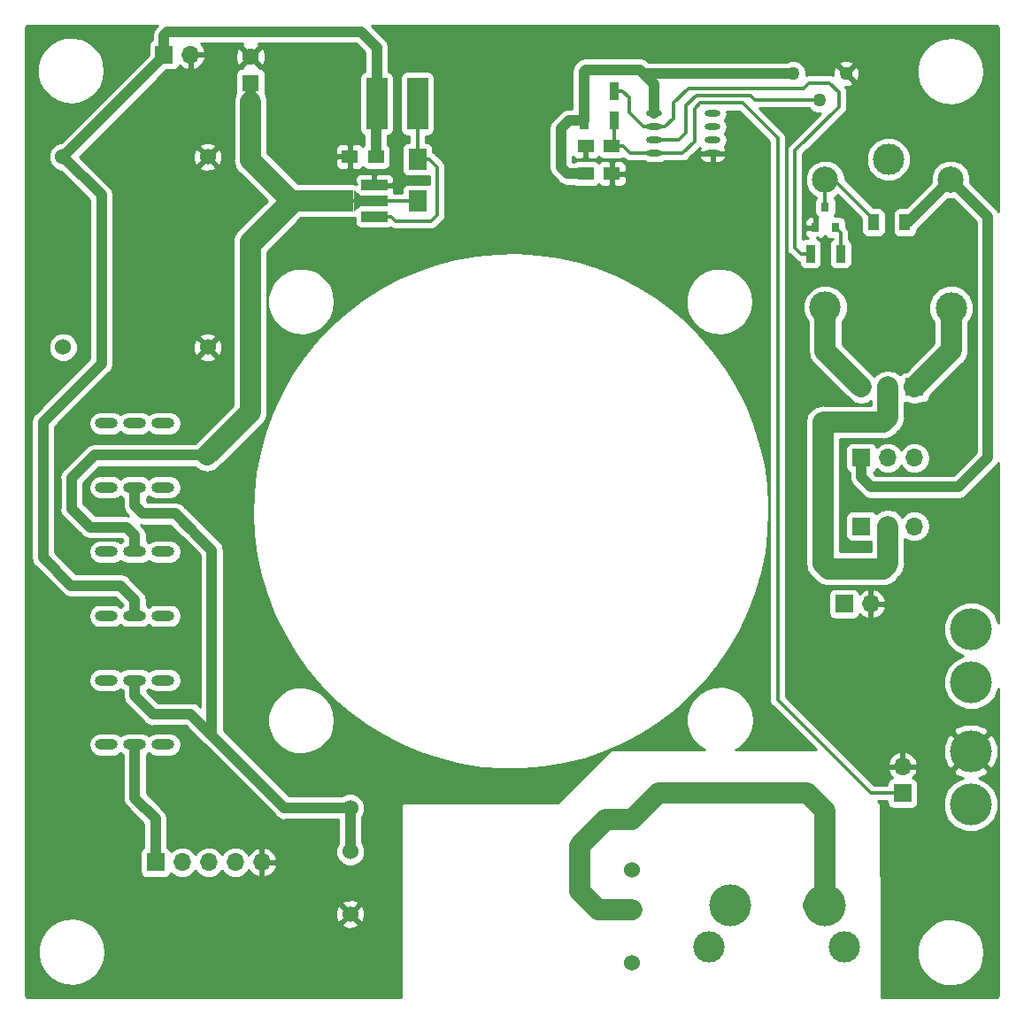
<source format=gbl>
G04 #@! TF.GenerationSoftware,KiCad,Pcbnew,(6.0.0-rc1-dev-637-g704615721)*
G04 #@! TF.CreationDate,2018-10-01T23:53:43+02:00*
G04 #@! TF.ProjectId,fan-v1.0,66616E2D76312E302E6B696361645F70,rev?*
G04 #@! TF.SameCoordinates,Original*
G04 #@! TF.FileFunction,Copper,L2,Bot,Signal*
G04 #@! TF.FilePolarity,Positive*
%FSLAX46Y46*%
G04 Gerber Fmt 4.6, Leading zero omitted, Abs format (unit mm)*
G04 Created by KiCad (PCBNEW (6.0.0-rc1-dev-637-g704615721)) date 10/01/18 23:53:43*
%MOMM*%
%LPD*%
G01*
G04 APERTURE LIST*
G04 #@! TA.AperFunction,ComponentPad*
%ADD10O,2.200000X1.000000*%
G04 #@! TD*
G04 #@! TA.AperFunction,SMDPad,CuDef*
%ADD11R,1.500000X1.250000*%
G04 #@! TD*
G04 #@! TA.AperFunction,SMDPad,CuDef*
%ADD12R,0.900000X1.700000*%
G04 #@! TD*
G04 #@! TA.AperFunction,ComponentPad*
%ADD13O,1.700000X1.700000*%
G04 #@! TD*
G04 #@! TA.AperFunction,ComponentPad*
%ADD14R,1.700000X1.700000*%
G04 #@! TD*
G04 #@! TA.AperFunction,SMDPad,CuDef*
%ADD15R,1.000000X1.600000*%
G04 #@! TD*
G04 #@! TA.AperFunction,ComponentPad*
%ADD16C,3.000000*%
G04 #@! TD*
G04 #@! TA.AperFunction,ComponentPad*
%ADD17C,4.000000*%
G04 #@! TD*
G04 #@! TA.AperFunction,SMDPad,CuDef*
%ADD18O,1.473200X0.609600*%
G04 #@! TD*
G04 #@! TA.AperFunction,ComponentPad*
%ADD19C,1.524000*%
G04 #@! TD*
G04 #@! TA.AperFunction,ComponentPad*
%ADD20C,2.500000*%
G04 #@! TD*
G04 #@! TA.AperFunction,SMDPad,CuDef*
%ADD21R,0.800000X0.900000*%
G04 #@! TD*
G04 #@! TA.AperFunction,ComponentPad*
%ADD22C,1.260000*%
G04 #@! TD*
G04 #@! TA.AperFunction,ComponentPad*
%ADD23C,1.600000*%
G04 #@! TD*
G04 #@! TA.AperFunction,ComponentPad*
%ADD24R,1.600000X1.600000*%
G04 #@! TD*
G04 #@! TA.AperFunction,SMDPad,CuDef*
%ADD25R,1.700000X2.000000*%
G04 #@! TD*
G04 #@! TA.AperFunction,SMDPad,CuDef*
%ADD26C,0.750000*%
G04 #@! TD*
G04 #@! TA.AperFunction,Conductor*
%ADD27C,0.100000*%
G04 #@! TD*
G04 #@! TA.AperFunction,SMDPad,CuDef*
%ADD28R,4.000000X2.000000*%
G04 #@! TD*
G04 #@! TA.AperFunction,SMDPad,CuDef*
%ADD29R,2.500000X1.000000*%
G04 #@! TD*
G04 #@! TA.AperFunction,SMDPad,CuDef*
%ADD30R,2.000000X4.900000*%
G04 #@! TD*
G04 #@! TA.AperFunction,Conductor*
%ADD31C,0.300000*%
G04 #@! TD*
G04 #@! TA.AperFunction,Conductor*
%ADD32C,1.000000*%
G04 #@! TD*
G04 #@! TA.AperFunction,Conductor*
%ADD33C,2.000000*%
G04 #@! TD*
G04 #@! TA.AperFunction,Conductor*
%ADD34C,0.254000*%
G04 #@! TD*
G04 APERTURE END LIST*
D10*
G04 #@! TO.P,sw-charge-usb,1*
G04 #@! TO.N,5vbatt-charge*
X66954400Y-74193400D03*
G04 #@! TO.P,sw-charge-usb,2*
G04 #@! TO.N,Net-(J5-Pad1)*
X69672200Y-74193400D03*
G04 #@! TO.P,sw-charge-usb,3*
G04 #@! TO.N,N/C*
X72390000Y-74193400D03*
G04 #@! TD*
D11*
G04 #@! TO.P,C1,1*
G04 #@! TO.N,5v*
X112801400Y-50317400D03*
G04 #@! TO.P,C1,2*
G04 #@! TO.N,gnd*
X115301400Y-50317400D03*
G04 #@! TD*
G04 #@! TO.P,C2,2*
G04 #@! TO.N,gnd*
X112790600Y-47663100D03*
G04 #@! TO.P,C2,1*
G04 #@! TO.N,in2+*
X115290600Y-47663100D03*
G04 #@! TD*
D12*
G04 #@! TO.P,R4,1*
G04 #@! TO.N,5v*
X112623600Y-42392600D03*
G04 #@! TO.P,R4,2*
G04 #@! TO.N,out*
X115523600Y-42392600D03*
G04 #@! TD*
G04 #@! TO.P,R5,2*
G04 #@! TO.N,in2+*
X115534100Y-45250100D03*
G04 #@! TO.P,R5,1*
G04 #@! TO.N,5v*
X112634100Y-45250100D03*
G04 #@! TD*
D13*
G04 #@! TO.P,int / ext,3*
G04 #@! TO.N,input*
X144246600Y-77508100D03*
G04 #@! TO.P,int / ext,2*
G04 #@! TO.N,Net-(J7-Pad2)*
X141706600Y-77508100D03*
D14*
G04 #@! TO.P,int / ext,1*
G04 #@! TO.N,5v*
X139166600Y-77508100D03*
G04 #@! TD*
D12*
G04 #@! TO.P,R1,2*
G04 #@! TO.N,Net-(Q1-Pad1)*
X137185400Y-57988200D03*
G04 #@! TO.P,R1,1*
G04 #@! TO.N,out*
X134285400Y-57988200D03*
G04 #@! TD*
D15*
G04 #@! TO.P,D1,2*
G04 #@! TO.N,Net-(D1-Pad2)*
X140335000Y-54991000D03*
G04 #@! TO.P,D1,1*
G04 #@! TO.N,5v*
X143335000Y-54991000D03*
G04 #@! TD*
D16*
G04 #@! TO.P,240V,*
G04 #@! TO.N,*
X124612400Y-124294900D03*
X137566400Y-124294900D03*
D17*
G04 #@! TO.P,240V,1*
G04 #@! TO.N,Net-(J2-Pad2)*
X135661400Y-120357900D03*
G04 #@! TO.P,240V,2*
G04 #@! TO.N,Net-(F1-Pad2)*
X126580900Y-120357900D03*
G04 #@! TD*
D18*
G04 #@! TO.P,J1,8*
G04 #@! TO.N,5v*
X119354600Y-44551600D03*
G04 #@! TO.P,J1,7*
G04 #@! TO.N,out*
X119354600Y-45821600D03*
G04 #@! TO.P,J1,6*
G04 #@! TO.N,in2-*
X119354600Y-47091600D03*
G04 #@! TO.P,J1,5*
G04 #@! TO.N,in2+*
X119354600Y-48361600D03*
G04 #@! TO.P,J1,4*
G04 #@! TO.N,gnd*
X124942600Y-48361600D03*
G04 #@! TO.P,J1,3*
G04 #@! TO.N,N/C*
X124942600Y-47091600D03*
G04 #@! TO.P,J1,2*
X124942600Y-45821600D03*
G04 #@! TO.P,J1,1*
X124942600Y-44551600D03*
G04 #@! TD*
D19*
G04 #@! TO.P,240V / 5V transformator,3*
G04 #@! TO.N,Net-(J2-Pad3)*
X90271600Y-115189000D03*
G04 #@! TO.P,240V / 5V transformator,2*
G04 #@! TO.N,Net-(J2-Pad2)*
X117195600Y-112141000D03*
G04 #@! TO.P,240V / 5V transformator,1*
G04 #@! TO.N,Net-(F1-Pad1)*
X117195600Y-116967000D03*
X117195600Y-125857000D03*
G04 #@! TO.P,240V / 5V transformator,2*
G04 #@! TO.N,Net-(J2-Pad2)*
X117195600Y-120777000D03*
G04 #@! TO.P,240V / 5V transformator,3*
G04 #@! TO.N,Net-(J2-Pad3)*
X90271600Y-110998000D03*
G04 #@! TO.P,240V / 5V transformator,4*
G04 #@! TO.N,gnd*
X90271600Y-121158000D03*
G04 #@! TD*
D16*
G04 #@! TO.P,K1,1*
G04 #@! TO.N,Net-(J7-Pad2)*
X141757400Y-48945800D03*
D20*
G04 #@! TO.P,K1,5*
G04 #@! TO.N,5v*
X147707400Y-50895800D03*
D16*
G04 #@! TO.P,K1,4*
G04 #@! TO.N,Net-(J11-Pad1)*
X147757400Y-63145800D03*
G04 #@! TO.P,K1,3*
G04 #@! TO.N,Net-(J11-Pad3)*
X135707400Y-63095800D03*
D20*
G04 #@! TO.P,K1,2*
G04 #@! TO.N,Net-(D1-Pad2)*
X135707400Y-50895800D03*
G04 #@! TD*
D21*
G04 #@! TO.P,Q1,3*
G04 #@! TO.N,Net-(D1-Pad2)*
X135712200Y-53483000D03*
G04 #@! TO.P,Q1,2*
G04 #@! TO.N,gnd*
X134762200Y-55483000D03*
G04 #@! TO.P,Q1,1*
G04 #@! TO.N,Net-(Q1-Pad1)*
X136662200Y-55483000D03*
G04 #@! TD*
D13*
G04 #@! TO.P,micro USB,5*
G04 #@! TO.N,gnd*
X81813400Y-116205000D03*
G04 #@! TO.P,micro USB,4*
G04 #@! TO.N,N/C*
X79273400Y-116205000D03*
G04 #@! TO.P,micro USB,3*
X76733400Y-116205000D03*
G04 #@! TO.P,micro USB,2*
X74193400Y-116205000D03*
D14*
G04 #@! TO.P,micro USB,1*
G04 #@! TO.N,Net-(J5-Pad1)*
X71653400Y-116205000D03*
G04 #@! TD*
D13*
G04 #@! TO.P,th-int,2*
G04 #@! TO.N,gnd*
X143103600Y-107035600D03*
D14*
G04 #@! TO.P,th-int,1*
G04 #@! TO.N,in2+*
X143103600Y-109575600D03*
G04 #@! TD*
D19*
G04 #@! TO.P,Charger,1*
G04 #@! TO.N,5vbatt-charge*
X62801500Y-66929000D03*
G04 #@! TO.P,Charger,2*
G04 #@! TO.N,gnd*
X76644500Y-66929000D03*
G04 #@! TO.P,Charger,3*
G04 #@! TO.N,5vbatt*
X62801500Y-48704500D03*
G04 #@! TO.P,Charger,4*
G04 #@! TO.N,gnd*
X76644500Y-48704500D03*
G04 #@! TD*
D13*
G04 #@! TO.P,Battery,2*
G04 #@! TO.N,gnd*
X75006200Y-38938200D03*
D14*
G04 #@! TO.P,Battery,1*
G04 #@! TO.N,5vbatt*
X72466200Y-38938200D03*
G04 #@! TD*
D17*
G04 #@! TO.P,ext,1*
G04 #@! TO.N,input*
X149682200Y-93903800D03*
G04 #@! TO.P,ext,2*
G04 #@! TO.N,output*
X149682200Y-98983800D03*
G04 #@! TD*
D13*
G04 #@! TO.P,fan,2*
G04 #@! TO.N,gnd*
X140055600Y-91478100D03*
D14*
G04 #@! TO.P,fan,1*
G04 #@! TO.N,fan-in*
X137515600Y-91478100D03*
G04 #@! TD*
D17*
G04 #@! TO.P,th-ext,1*
G04 #@! TO.N,gnd*
X149631400Y-105587800D03*
G04 #@! TO.P,th-ext,2*
G04 #@! TO.N,in2+*
X149631400Y-110667800D03*
G04 #@! TD*
D13*
G04 #@! TO.P,off / on,3*
G04 #@! TO.N,Net-(J11-Pad3)*
X139166600Y-70739000D03*
G04 #@! TO.P,off / on,2*
G04 #@! TO.N,relay-out*
X141706600Y-70739000D03*
D14*
G04 #@! TO.P,off / on,1*
G04 #@! TO.N,Net-(J11-Pad1)*
X144246600Y-70739000D03*
G04 #@! TD*
D13*
G04 #@! TO.P,int / ext,3*
G04 #@! TO.N,output*
X144246600Y-84048600D03*
G04 #@! TO.P,int / ext,2*
G04 #@! TO.N,relay-out*
X141706600Y-84048600D03*
D14*
G04 #@! TO.P,int / ext,1*
G04 #@! TO.N,fan-in*
X139166600Y-84048600D03*
G04 #@! TD*
D22*
G04 #@! TO.P,temp,1*
G04 #@! TO.N,gnd*
X137706100Y-40741600D03*
G04 #@! TO.P,temp,2*
G04 #@! TO.N,in2-*
X135166100Y-43281600D03*
G04 #@! TO.P,temp,3*
G04 #@! TO.N,5v*
X132626100Y-40741600D03*
G04 #@! TD*
D10*
G04 #@! TO.P,sw-charge-zdroj,1*
G04 #@! TO.N,5vbatt-charge*
X66954400Y-80340200D03*
G04 #@! TO.P,sw-charge-zdroj,2*
G04 #@! TO.N,Net-(J2-Pad3)*
X69672200Y-80340200D03*
G04 #@! TO.P,sw-charge-zdroj,3*
G04 #@! TO.N,N/C*
X72390000Y-80340200D03*
G04 #@! TD*
G04 #@! TO.P,sw-batt-reg,1*
G04 #@! TO.N,5v*
X66954400Y-86487000D03*
G04 #@! TO.P,sw-batt-reg,2*
G04 #@! TO.N,5vbatt-regulated*
X69672200Y-86487000D03*
G04 #@! TO.P,sw-batt-reg,3*
G04 #@! TO.N,N/C*
X72390000Y-86487000D03*
G04 #@! TD*
G04 #@! TO.P,sw-batt-norm,1*
G04 #@! TO.N,5v*
X66954400Y-92633800D03*
G04 #@! TO.P,sw-batt-norm,2*
G04 #@! TO.N,5vbatt*
X69672200Y-92633800D03*
G04 #@! TO.P,sw-batt-norm,3*
G04 #@! TO.N,N/C*
X72390000Y-92633800D03*
G04 #@! TD*
G04 #@! TO.P,sw-zdroj,1*
G04 #@! TO.N,5v*
X66954400Y-98780600D03*
G04 #@! TO.P,sw-zdroj,2*
G04 #@! TO.N,Net-(J2-Pad3)*
X69672200Y-98780600D03*
G04 #@! TO.P,sw-zdroj,3*
G04 #@! TO.N,N/C*
X72390000Y-98780600D03*
G04 #@! TD*
G04 #@! TO.P,sw-usb,1*
G04 #@! TO.N,5v*
X66954400Y-104927400D03*
G04 #@! TO.P,sw-usb,2*
G04 #@! TO.N,Net-(J5-Pad1)*
X69672200Y-104927400D03*
G04 #@! TO.P,sw-usb,3*
G04 #@! TO.N,N/C*
X72390000Y-104927400D03*
G04 #@! TD*
D23*
G04 #@! TO.P,C3,2*
G04 #@! TO.N,gnd*
X80746600Y-39130600D03*
D24*
G04 #@! TO.P,C3,1*
G04 #@! TO.N,5vbatt-regulated*
X80746600Y-41630600D03*
G04 #@! TD*
D11*
G04 #@! TO.P,C4,2*
G04 #@! TO.N,gnd*
X90246200Y-48691800D03*
G04 #@! TO.P,C4,1*
G04 #@! TO.N,5vbatt*
X92746200Y-48691800D03*
G04 #@! TD*
D25*
G04 #@! TO.P,D2,2*
G04 #@! TO.N,Net-(D2-Pad2)*
X96697800Y-48945800D03*
G04 #@! TO.P,D2,1*
G04 #@! TO.N,5vbatt-regulated*
X96697800Y-52945800D03*
G04 #@! TD*
D26*
G04 #@! TO.P,J13,2*
G04 #@! TO.N,5vbatt-regulated*
X90970600Y-52908200D03*
D27*
G04 #@! TD*
G04 #@! TO.N,5vbatt-regulated*
G04 #@! TO.C,J13*
G36*
X91345600Y-53408200D02*
X90595600Y-53908200D01*
X90595600Y-51908200D01*
X91345600Y-52408200D01*
X91345600Y-53408200D01*
X91345600Y-53408200D01*
G37*
D28*
G04 #@! TO.P,J13,2*
G04 #@! TO.N,5vbatt-regulated*
X88620600Y-52908200D03*
D29*
G04 #@! TO.P,J13,3*
G04 #@! TO.N,Net-(D2-Pad2)*
X92580600Y-54408200D03*
G04 #@! TO.P,J13,2*
G04 #@! TO.N,5vbatt-regulated*
X92580600Y-52908200D03*
G04 #@! TO.P,J13,1*
G04 #@! TO.N,gnd*
X92580600Y-51408200D03*
G04 #@! TD*
D30*
G04 #@! TO.P,L1,2*
G04 #@! TO.N,5vbatt*
X92797800Y-43611800D03*
G04 #@! TO.P,L1,1*
G04 #@! TO.N,Net-(D2-Pad2)*
X96697800Y-43611800D03*
G04 #@! TD*
D31*
G04 #@! TO.N,gnd*
X116351400Y-50317400D02*
X116402200Y-50368200D01*
X115301400Y-50317400D02*
X116351400Y-50317400D01*
X123906000Y-48361600D02*
X124942600Y-48361600D01*
X121899400Y-50368200D02*
X123906000Y-48361600D01*
X116402200Y-50368200D02*
X121899400Y-50368200D01*
G04 #@! TO.N,in2+*
X117039100Y-48361600D02*
X119354600Y-48361600D01*
X115290600Y-47663100D02*
X116340600Y-47663100D01*
X116340600Y-47663100D02*
X117039100Y-48361600D01*
X115534100Y-47419600D02*
X115290600Y-47663100D01*
X115534100Y-45250100D02*
X115534100Y-47419600D01*
X143103600Y-109575600D02*
X140055600Y-109575600D01*
X140055600Y-109575600D02*
X131165600Y-100685600D01*
X131165600Y-100685600D02*
X131165600Y-46901100D01*
X127825500Y-43561000D02*
X123774200Y-43561000D01*
X131165600Y-46901100D02*
X127825500Y-43561000D01*
X123774200Y-43561000D02*
X123215400Y-44119800D01*
X123215400Y-44119800D02*
X123215400Y-47218600D01*
X122072400Y-48361600D02*
X119354600Y-48361600D01*
X123215400Y-47218600D02*
X122072400Y-48361600D01*
G04 #@! TO.N,5v*
X112790600Y-50179600D02*
X112814100Y-50203100D01*
D32*
X143612200Y-54991000D02*
X147707400Y-50895800D01*
X143335000Y-54991000D02*
X143612200Y-54991000D01*
X139166600Y-79358100D02*
X139166600Y-77508100D01*
X140110600Y-80302100D02*
X139166600Y-79358100D01*
X148437600Y-80302100D02*
X140110600Y-80302100D01*
X151295100Y-77444600D02*
X148437600Y-80302100D01*
X151295100Y-54483500D02*
X151295100Y-77444600D01*
X147707400Y-50895800D02*
X151295100Y-54483500D01*
X112623600Y-45239600D02*
X112634100Y-45250100D01*
X112623600Y-42392600D02*
X112623600Y-45239600D01*
X112623600Y-40542600D02*
X112805600Y-40360600D01*
X112623600Y-42392600D02*
X112623600Y-40542600D01*
X119354600Y-41757600D02*
X119354600Y-44551600D01*
X117957600Y-40360600D02*
X119354600Y-41757600D01*
X117449600Y-40360600D02*
X117957600Y-40360600D01*
X112805600Y-40360600D02*
X117449600Y-40360600D01*
X111051400Y-50317400D02*
X112801400Y-50317400D01*
X110413800Y-49679800D02*
X111051400Y-50317400D01*
X110413800Y-46020400D02*
X110413800Y-49679800D01*
X111184100Y-45250100D02*
X110413800Y-46020400D01*
X112634100Y-45250100D02*
X111184100Y-45250100D01*
X118338600Y-40741600D02*
X117957600Y-40360600D01*
X132626100Y-40741600D02*
X118338600Y-40741600D01*
D31*
G04 #@! TO.N,Net-(D1-Pad2)*
X136539800Y-50895800D02*
X135707400Y-50895800D01*
X140335000Y-54691000D02*
X136539800Y-50895800D01*
X140335000Y-54991000D02*
X140335000Y-54691000D01*
X135707400Y-53478200D02*
X135712200Y-53483000D01*
X135707400Y-50895800D02*
X135707400Y-53478200D01*
G04 #@! TO.N,out*
X118318000Y-45821600D02*
X116941600Y-44445200D01*
X119354600Y-45821600D02*
X118318000Y-45821600D01*
X116941600Y-44445200D02*
X116941600Y-44210600D01*
X116941600Y-43060600D02*
X116941600Y-44445200D01*
X116273600Y-42392600D02*
X116941600Y-43060600D01*
X115523600Y-42392600D02*
X116273600Y-42392600D01*
X122605800Y-42138600D02*
X121178600Y-43565800D01*
X133680200Y-42138600D02*
X122605800Y-42138600D01*
X134188200Y-41630600D02*
X133680200Y-42138600D01*
X136118600Y-41630600D02*
X134188200Y-41630600D01*
X121178600Y-43565800D02*
X121178600Y-45034200D01*
X134285400Y-57988200D02*
X133375400Y-57988200D01*
X121178600Y-45034200D02*
X120391200Y-45821600D01*
X133375400Y-57988200D02*
X132816600Y-57429400D01*
X120391200Y-45821600D02*
X119354600Y-45821600D01*
X132816600Y-57429400D02*
X132816600Y-48133000D01*
X132816600Y-48133000D02*
X137033000Y-43916600D01*
X137033000Y-43916600D02*
X137033000Y-42545000D01*
X137033000Y-42545000D02*
X136118600Y-41630600D01*
G04 #@! TO.N,in2-*
X119354600Y-47091600D02*
X121716800Y-47091600D01*
X121716800Y-47091600D02*
X122402600Y-46405800D01*
X122402600Y-46405800D02*
X122402600Y-43815000D01*
X122402600Y-43815000D02*
X123367800Y-42849800D01*
X123367800Y-42849800D02*
X128549400Y-42849800D01*
X128981200Y-43281600D02*
X130886200Y-43281600D01*
X128549400Y-42849800D02*
X128981200Y-43281600D01*
X130886200Y-43281600D02*
X135166100Y-43281600D01*
D33*
G04 #@! TO.N,Net-(J2-Pad2)*
X117195600Y-112141000D02*
X114681000Y-112141000D01*
X114681000Y-112141000D02*
X112191800Y-114630200D01*
X112191800Y-114630200D02*
X112191800Y-118948200D01*
X114020600Y-120777000D02*
X117195600Y-120777000D01*
X112191800Y-118948200D02*
X114020600Y-120777000D01*
X135661400Y-120357900D02*
X134556500Y-120357900D01*
X135661400Y-111277400D02*
X135661400Y-120357900D01*
X133985000Y-109601000D02*
X135661400Y-111277400D01*
X117195600Y-112141000D02*
X119735600Y-109601000D01*
X119735600Y-109601000D02*
X133985000Y-109601000D01*
D32*
G04 #@! TO.N,Net-(J2-Pad3)*
X90271600Y-115189000D02*
X90271600Y-110998000D01*
X69672200Y-100280600D02*
X71423400Y-102031800D01*
X69672200Y-98780600D02*
X69672200Y-100280600D01*
X71423400Y-102031800D02*
X75006200Y-102031800D01*
X83972400Y-110998000D02*
X90271600Y-110998000D01*
X75006200Y-84302600D02*
X73533000Y-82829400D01*
X73533000Y-82829400D02*
X70434200Y-82829400D01*
X70434200Y-82829400D02*
X69672200Y-82067400D01*
X77038200Y-86334600D02*
X73533000Y-82829400D01*
X77038200Y-104063800D02*
X77038200Y-86334600D01*
X77038200Y-104063800D02*
X83972400Y-110998000D01*
X75006200Y-102031800D02*
X77038200Y-104063800D01*
X69672200Y-80340200D02*
X69672200Y-82067400D01*
G04 #@! TO.N,5vbatt*
X72466200Y-39039800D02*
X72466200Y-38938200D01*
X62801500Y-48704500D02*
X72466200Y-39039800D01*
X92746200Y-43663400D02*
X92797800Y-43611800D01*
X92746200Y-48691800D02*
X92746200Y-43663400D01*
X72466200Y-37088200D02*
X72800600Y-36753800D01*
X72466200Y-38938200D02*
X72466200Y-37088200D01*
X72800600Y-36753800D02*
X91313000Y-36753800D01*
X92797800Y-38238600D02*
X92797800Y-43611800D01*
X91313000Y-36753800D02*
X92797800Y-38238600D01*
X66471800Y-52374800D02*
X62801500Y-48704500D01*
X66471800Y-68503800D02*
X66471800Y-52374800D01*
X69672200Y-92633800D02*
X69672200Y-91133800D01*
X69672200Y-91133800D02*
X68276600Y-89738200D01*
X68276600Y-89738200D02*
X63576200Y-89738200D01*
X63576200Y-89738200D02*
X60883800Y-87045800D01*
X60883800Y-87045800D02*
X60883800Y-74091800D01*
X60883800Y-74091800D02*
X66471800Y-68503800D01*
G04 #@! TO.N,Net-(J5-Pad1)*
X71653400Y-116205000D02*
X71653400Y-112039400D01*
X69672200Y-110058200D02*
X69672200Y-104927400D01*
X71653400Y-112039400D02*
X69672200Y-110058200D01*
D31*
G04 #@! TO.N,Net-(Q1-Pad1)*
X137185400Y-56006200D02*
X136662200Y-55483000D01*
X137185400Y-57988200D02*
X137185400Y-56006200D01*
D33*
G04 #@! TO.N,Net-(J11-Pad3)*
X135707400Y-67279800D02*
X139166600Y-70739000D01*
X135707400Y-63095800D02*
X135707400Y-67279800D01*
G04 #@! TO.N,Net-(J11-Pad1)*
X147757400Y-67228200D02*
X144246600Y-70739000D01*
X147757400Y-63145800D02*
X147757400Y-67228200D01*
G04 #@! TO.N,relay-out*
X141706600Y-87668100D02*
X141706600Y-84048600D01*
X141262100Y-88112600D02*
X141706600Y-87668100D01*
X141706600Y-73634600D02*
X141262100Y-74079100D01*
X141706600Y-70739000D02*
X141706600Y-73634600D01*
X141262100Y-74079100D02*
X135483600Y-74079100D01*
X135483600Y-74079100D02*
X135483600Y-87604600D01*
X135483600Y-87604600D02*
X135991600Y-88112600D01*
X135991600Y-88112600D02*
X141262100Y-88112600D01*
D31*
G04 #@! TO.N,5vbatt-regulated*
X92618200Y-52945800D02*
X92580600Y-52908200D01*
X96697800Y-52945800D02*
X92618200Y-52945800D01*
X92580600Y-52908200D02*
X88620600Y-52908200D01*
D32*
X88620600Y-52908200D02*
X85620600Y-52908200D01*
X65811400Y-77241400D02*
X63627000Y-79425800D01*
X63627000Y-79425800D02*
X63627000Y-82372200D01*
X63627000Y-82372200D02*
X65405000Y-84150200D01*
X65405000Y-84150200D02*
X68859400Y-84150200D01*
X69672200Y-84963000D02*
X69672200Y-86487000D01*
X68859400Y-84150200D02*
X69672200Y-84963000D01*
X88620600Y-52908200D02*
X88620600Y-52857400D01*
X80746600Y-43430600D02*
X80746600Y-41630600D01*
D33*
X80746600Y-49034200D02*
X80746600Y-43430600D01*
X84620600Y-52908200D02*
X80746600Y-49034200D01*
X80695800Y-56833000D02*
X80695800Y-57833000D01*
X84620600Y-52908200D02*
X80695800Y-56833000D01*
X88620600Y-52908200D02*
X84620600Y-52908200D01*
D32*
X85620600Y-52908200D02*
X80695800Y-57833000D01*
D33*
X80695800Y-73126600D02*
X76581000Y-77241400D01*
X80695800Y-57833000D02*
X80695800Y-73126600D01*
D32*
X76581000Y-77241400D02*
X65811400Y-77241400D01*
D31*
G04 #@! TO.N,Net-(D2-Pad2)*
X96697800Y-46361800D02*
X96697800Y-48945800D01*
X96697800Y-43611800D02*
X96697800Y-46361800D01*
X94184600Y-54408200D02*
X92580600Y-54408200D01*
X97847800Y-48945800D02*
X98577400Y-49675400D01*
X96697800Y-48945800D02*
X97847800Y-48945800D01*
X98577400Y-49675400D02*
X98577400Y-54279800D01*
X98577400Y-54279800D02*
X98018600Y-54838600D01*
X98018600Y-54838600D02*
X94615000Y-54838600D01*
X94615000Y-54838600D02*
X94184600Y-54408200D01*
G04 #@! TD*
D34*
G04 #@! TO.N,gnd*
G36*
X71742680Y-36206589D02*
X71647912Y-36269911D01*
X71462285Y-36547722D01*
X71397054Y-36645346D01*
X71308965Y-37088200D01*
X71331201Y-37199988D01*
X71331201Y-37514922D01*
X71158391Y-37630391D01*
X71018043Y-37840435D01*
X70968760Y-38088200D01*
X70968760Y-38932108D01*
X62593369Y-47307500D01*
X62523619Y-47307500D01*
X62010163Y-47520180D01*
X61617180Y-47913163D01*
X61404500Y-48426619D01*
X61404500Y-48982381D01*
X61617180Y-49495837D01*
X62010163Y-49888820D01*
X62523619Y-50101500D01*
X62593369Y-50101500D01*
X65336801Y-52844933D01*
X65336800Y-68033668D01*
X60160280Y-73210189D01*
X60065512Y-73273511D01*
X59922997Y-73486800D01*
X59814654Y-73648946D01*
X59726565Y-74091800D01*
X59748801Y-74203588D01*
X59748800Y-86934017D01*
X59726565Y-87045800D01*
X59797765Y-87403745D01*
X59814654Y-87488654D01*
X60065511Y-87864089D01*
X60160282Y-87927413D01*
X62694590Y-90461723D01*
X62757911Y-90556489D01*
X62852676Y-90619809D01*
X63133345Y-90807346D01*
X63576200Y-90895435D01*
X63687983Y-90873200D01*
X67806469Y-90873200D01*
X68537200Y-91603932D01*
X68537200Y-91626223D01*
X68313300Y-91775829D01*
X67997255Y-91564654D01*
X67666183Y-91498800D01*
X66242617Y-91498800D01*
X65911545Y-91564654D01*
X65536111Y-91815511D01*
X65285254Y-92190945D01*
X65197165Y-92633800D01*
X65285254Y-93076655D01*
X65536111Y-93452089D01*
X65911545Y-93702946D01*
X66242617Y-93768800D01*
X67666183Y-93768800D01*
X67997255Y-93702946D01*
X68313300Y-93491771D01*
X68629345Y-93702946D01*
X68960417Y-93768800D01*
X69560417Y-93768800D01*
X69672200Y-93791035D01*
X69783983Y-93768800D01*
X70383983Y-93768800D01*
X70715055Y-93702946D01*
X71031100Y-93491771D01*
X71347145Y-93702946D01*
X71678217Y-93768800D01*
X73101783Y-93768800D01*
X73432855Y-93702946D01*
X73808289Y-93452089D01*
X74059146Y-93076655D01*
X74147235Y-92633800D01*
X74059146Y-92190945D01*
X73808289Y-91815511D01*
X73432855Y-91564654D01*
X73101783Y-91498800D01*
X71678217Y-91498800D01*
X71347145Y-91564654D01*
X71031100Y-91775829D01*
X70807200Y-91626223D01*
X70807200Y-91245581D01*
X70829435Y-91133799D01*
X70782021Y-90895435D01*
X70741346Y-90690945D01*
X70490489Y-90315511D01*
X70395721Y-90252189D01*
X69158213Y-89014682D01*
X69094889Y-88919911D01*
X68719455Y-88669054D01*
X68388383Y-88603200D01*
X68276600Y-88580965D01*
X68164817Y-88603200D01*
X64046333Y-88603200D01*
X62018800Y-86575669D01*
X62018800Y-79425800D01*
X62469765Y-79425800D01*
X62492000Y-79537583D01*
X62492001Y-82260412D01*
X62469765Y-82372200D01*
X62557854Y-82815054D01*
X62557855Y-82815055D01*
X62808712Y-83190489D01*
X62903480Y-83253811D01*
X64523389Y-84873721D01*
X64586711Y-84968489D01*
X64962145Y-85219346D01*
X65405000Y-85307435D01*
X65516783Y-85285200D01*
X68389269Y-85285200D01*
X68537200Y-85433132D01*
X68537200Y-85479423D01*
X68313300Y-85629029D01*
X67997255Y-85417854D01*
X67666183Y-85352000D01*
X66242617Y-85352000D01*
X65911545Y-85417854D01*
X65536111Y-85668711D01*
X65285254Y-86044145D01*
X65197165Y-86487000D01*
X65285254Y-86929855D01*
X65536111Y-87305289D01*
X65911545Y-87556146D01*
X66242617Y-87622000D01*
X67666183Y-87622000D01*
X67997255Y-87556146D01*
X68313300Y-87344971D01*
X68629345Y-87556146D01*
X68960417Y-87622000D01*
X69560417Y-87622000D01*
X69672200Y-87644235D01*
X69783983Y-87622000D01*
X70383983Y-87622000D01*
X70715055Y-87556146D01*
X71031100Y-87344971D01*
X71347145Y-87556146D01*
X71678217Y-87622000D01*
X73101783Y-87622000D01*
X73432855Y-87556146D01*
X73808289Y-87305289D01*
X74059146Y-86929855D01*
X74147235Y-86487000D01*
X74059146Y-86044145D01*
X73808289Y-85668711D01*
X73432855Y-85417854D01*
X73101783Y-85352000D01*
X71678217Y-85352000D01*
X71347145Y-85417854D01*
X71031100Y-85629029D01*
X70807200Y-85479423D01*
X70807200Y-85074783D01*
X70829435Y-84963000D01*
X70741346Y-84520145D01*
X70595986Y-84302599D01*
X70490489Y-84144711D01*
X70395721Y-84081389D01*
X70267885Y-83953553D01*
X70434200Y-83986635D01*
X70545983Y-83964400D01*
X73062869Y-83964400D01*
X74282676Y-85184208D01*
X74282678Y-85184209D01*
X75903201Y-86804733D01*
X75903200Y-101323669D01*
X75887813Y-101308282D01*
X75824489Y-101213511D01*
X75449055Y-100962654D01*
X75117983Y-100896800D01*
X75006200Y-100874565D01*
X74894417Y-100896800D01*
X71893532Y-100896800D01*
X70807200Y-99810469D01*
X70807200Y-99788177D01*
X71031100Y-99638571D01*
X71347145Y-99849746D01*
X71678217Y-99915600D01*
X73101783Y-99915600D01*
X73432855Y-99849746D01*
X73808289Y-99598889D01*
X74059146Y-99223455D01*
X74147235Y-98780600D01*
X74059146Y-98337745D01*
X73808289Y-97962311D01*
X73432855Y-97711454D01*
X73101783Y-97645600D01*
X71678217Y-97645600D01*
X71347145Y-97711454D01*
X71031100Y-97922629D01*
X70715055Y-97711454D01*
X70383983Y-97645600D01*
X69783983Y-97645600D01*
X69672200Y-97623365D01*
X69560417Y-97645600D01*
X68960417Y-97645600D01*
X68629345Y-97711454D01*
X68313300Y-97922629D01*
X67997255Y-97711454D01*
X67666183Y-97645600D01*
X66242617Y-97645600D01*
X65911545Y-97711454D01*
X65536111Y-97962311D01*
X65285254Y-98337745D01*
X65197165Y-98780600D01*
X65285254Y-99223455D01*
X65536111Y-99598889D01*
X65911545Y-99849746D01*
X66242617Y-99915600D01*
X67666183Y-99915600D01*
X67997255Y-99849746D01*
X68313300Y-99638571D01*
X68537200Y-99788177D01*
X68537200Y-100168817D01*
X68514965Y-100280600D01*
X68603054Y-100723454D01*
X68603055Y-100723455D01*
X68853912Y-101098889D01*
X68948680Y-101162211D01*
X70541789Y-102755321D01*
X70605111Y-102850089D01*
X70945195Y-103077326D01*
X70980545Y-103100946D01*
X71423400Y-103189035D01*
X71535183Y-103166800D01*
X74536069Y-103166800D01*
X76156589Y-104787321D01*
X76219911Y-104882089D01*
X76314682Y-104945413D01*
X83090789Y-111721521D01*
X83154111Y-111816289D01*
X83488020Y-112039400D01*
X83529545Y-112067146D01*
X83972400Y-112155235D01*
X84084183Y-112133000D01*
X89136601Y-112133000D01*
X89136600Y-114348343D01*
X89087280Y-114397663D01*
X88874600Y-114911119D01*
X88874600Y-115466881D01*
X89087280Y-115980337D01*
X89480263Y-116373320D01*
X89993719Y-116586000D01*
X90549481Y-116586000D01*
X91062937Y-116373320D01*
X91455920Y-115980337D01*
X91668600Y-115466881D01*
X91668600Y-114911119D01*
X91455920Y-114397663D01*
X91406600Y-114348343D01*
X91406600Y-111838657D01*
X91455920Y-111789337D01*
X91668600Y-111275881D01*
X91668600Y-110720119D01*
X91455920Y-110206663D01*
X91062937Y-109813680D01*
X90549481Y-109601000D01*
X89993719Y-109601000D01*
X89480263Y-109813680D01*
X89430943Y-109863000D01*
X84442532Y-109863000D01*
X78173200Y-103593669D01*
X78173200Y-102221932D01*
X82353712Y-102221932D01*
X82353712Y-103035212D01*
X82555966Y-103822942D01*
X82947767Y-104535625D01*
X83504496Y-105128481D01*
X84191171Y-105564258D01*
X84964647Y-105815575D01*
X85776322Y-105866642D01*
X86575197Y-105714248D01*
X87311075Y-105367970D01*
X87937718Y-104849566D01*
X88415752Y-104191608D01*
X88715141Y-103435439D01*
X88817072Y-102628572D01*
X88715141Y-101821705D01*
X88415752Y-101065536D01*
X87937718Y-100407578D01*
X87311075Y-99889174D01*
X86575197Y-99542896D01*
X85776322Y-99390502D01*
X84964647Y-99441569D01*
X84191171Y-99692886D01*
X83504496Y-100128663D01*
X82947767Y-100721519D01*
X82555966Y-101434202D01*
X82353712Y-102221932D01*
X78173200Y-102221932D01*
X78173200Y-86446381D01*
X78195435Y-86334599D01*
X78143047Y-86071227D01*
X78107346Y-85891745D01*
X77856489Y-85516311D01*
X77761721Y-85452989D01*
X75887809Y-83579078D01*
X75887808Y-83579076D01*
X75155831Y-82847099D01*
X80906956Y-82847099D01*
X81007391Y-84829716D01*
X81266506Y-86797892D01*
X81682633Y-88738947D01*
X82253089Y-90640377D01*
X82974201Y-92489933D01*
X83841322Y-94275698D01*
X84848866Y-95986169D01*
X85990343Y-97610327D01*
X87258399Y-99137707D01*
X88644865Y-100558471D01*
X90140808Y-101863466D01*
X91736592Y-103044284D01*
X93421936Y-104093318D01*
X95185983Y-105003810D01*
X97017368Y-105769895D01*
X98904293Y-106386638D01*
X100834602Y-106850064D01*
X102795859Y-107157189D01*
X104775431Y-107306033D01*
X106760563Y-107295639D01*
X108738467Y-107126073D01*
X110696401Y-106798427D01*
X112621751Y-106314813D01*
X114502114Y-105678345D01*
X116325377Y-104893124D01*
X118079792Y-103964209D01*
X119754059Y-102897583D01*
X121337390Y-101700119D01*
X122819585Y-100379531D01*
X124191097Y-98944326D01*
X125443089Y-97403751D01*
X126567496Y-95767729D01*
X127557073Y-94046801D01*
X128405447Y-92252053D01*
X129107150Y-90395048D01*
X129657664Y-88487748D01*
X130053441Y-86542441D01*
X130291932Y-84571660D01*
X130371600Y-82588100D01*
X130366176Y-82070131D01*
X130244985Y-80088675D01*
X129965273Y-78123320D01*
X129528843Y-76186729D01*
X128938507Y-74291376D01*
X128198067Y-72449474D01*
X127312293Y-70672886D01*
X126286892Y-68973060D01*
X125128470Y-67360945D01*
X123844489Y-65846927D01*
X122443222Y-64440759D01*
X120933695Y-63151501D01*
X119554916Y-62153432D01*
X122358712Y-62153432D01*
X122358712Y-62966712D01*
X122560966Y-63754442D01*
X122952767Y-64467125D01*
X123509496Y-65059981D01*
X124196171Y-65495758D01*
X124969647Y-65747075D01*
X125781322Y-65798142D01*
X126580197Y-65645748D01*
X127316075Y-65299470D01*
X127942718Y-64781066D01*
X128420752Y-64123108D01*
X128720141Y-63366939D01*
X128822072Y-62560072D01*
X128720141Y-61753205D01*
X128420752Y-60997036D01*
X127942718Y-60339078D01*
X127316075Y-59820674D01*
X126580197Y-59474396D01*
X125781322Y-59322002D01*
X124969647Y-59373069D01*
X124196171Y-59624386D01*
X123509496Y-60060163D01*
X122952767Y-60653019D01*
X122560966Y-61365702D01*
X122358712Y-62153432D01*
X119554916Y-62153432D01*
X119325633Y-61987459D01*
X117629396Y-60956131D01*
X115855912Y-60064161D01*
X114016605Y-59317296D01*
X112123325Y-58720347D01*
X110188269Y-58277160D01*
X108223902Y-57990590D01*
X106242881Y-57862483D01*
X104257967Y-57893665D01*
X102281947Y-58083934D01*
X100327551Y-58432065D01*
X98407371Y-58935814D01*
X96533775Y-59591938D01*
X94718836Y-60396209D01*
X92974244Y-61343445D01*
X91311239Y-62427544D01*
X89740534Y-63641523D01*
X88272249Y-64977560D01*
X86915841Y-66427048D01*
X85680051Y-67980650D01*
X84572838Y-69628357D01*
X83601336Y-71359553D01*
X82771803Y-73163086D01*
X82089584Y-75027338D01*
X81559073Y-76940298D01*
X81183688Y-78889642D01*
X80965848Y-80862813D01*
X80906956Y-82847099D01*
X75155831Y-82847099D01*
X74414613Y-82105882D01*
X74351289Y-82011111D01*
X73975855Y-81760254D01*
X73644783Y-81694400D01*
X73533000Y-81672165D01*
X73421217Y-81694400D01*
X70904332Y-81694400D01*
X70807200Y-81597269D01*
X70807200Y-81347777D01*
X71031100Y-81198171D01*
X71347145Y-81409346D01*
X71678217Y-81475200D01*
X73101783Y-81475200D01*
X73432855Y-81409346D01*
X73808289Y-81158489D01*
X74059146Y-80783055D01*
X74147235Y-80340200D01*
X74059146Y-79897345D01*
X73808289Y-79521911D01*
X73432855Y-79271054D01*
X73101783Y-79205200D01*
X71678217Y-79205200D01*
X71347145Y-79271054D01*
X71031100Y-79482229D01*
X70715055Y-79271054D01*
X70383983Y-79205200D01*
X69783983Y-79205200D01*
X69672200Y-79182965D01*
X69560417Y-79205200D01*
X68960417Y-79205200D01*
X68629345Y-79271054D01*
X68313300Y-79482229D01*
X67997255Y-79271054D01*
X67666183Y-79205200D01*
X66242617Y-79205200D01*
X65911545Y-79271054D01*
X65536111Y-79521911D01*
X65285254Y-79897345D01*
X65197165Y-80340200D01*
X65285254Y-80783055D01*
X65536111Y-81158489D01*
X65911545Y-81409346D01*
X66242617Y-81475200D01*
X67666183Y-81475200D01*
X67997255Y-81409346D01*
X68313300Y-81198171D01*
X68537200Y-81347777D01*
X68537200Y-81955617D01*
X68514965Y-82067400D01*
X68603054Y-82510254D01*
X68603055Y-82510255D01*
X68853912Y-82885689D01*
X68948679Y-82949011D01*
X69025716Y-83026047D01*
X68971183Y-83015200D01*
X68859400Y-82992965D01*
X68747617Y-83015200D01*
X65875132Y-83015200D01*
X64762000Y-81902069D01*
X64762000Y-79895931D01*
X66281532Y-78376400D01*
X75372987Y-78376400D01*
X75402232Y-78420168D01*
X75943055Y-78781535D01*
X76581000Y-78908431D01*
X77218945Y-78781535D01*
X77623253Y-78511385D01*
X81738053Y-74396586D01*
X81874569Y-74305369D01*
X82235936Y-73764545D01*
X82330800Y-73287631D01*
X82330800Y-73287630D01*
X82362831Y-73126600D01*
X82330800Y-72965570D01*
X82330800Y-62153432D01*
X82353712Y-62153432D01*
X82353712Y-62966712D01*
X82555966Y-63754442D01*
X82947767Y-64467125D01*
X83504496Y-65059981D01*
X84191171Y-65495758D01*
X84964647Y-65747075D01*
X85776322Y-65798142D01*
X86575197Y-65645748D01*
X87311075Y-65299470D01*
X87937718Y-64781066D01*
X88415752Y-64123108D01*
X88715141Y-63366939D01*
X88817072Y-62560072D01*
X88715141Y-61753205D01*
X88415752Y-60997036D01*
X87937718Y-60339078D01*
X87311075Y-59820674D01*
X86575197Y-59474396D01*
X85776322Y-59322002D01*
X84964647Y-59373069D01*
X84191171Y-59624386D01*
X83504496Y-60060163D01*
X82947767Y-60653019D01*
X82555966Y-61365702D01*
X82353712Y-62153432D01*
X82330800Y-62153432D01*
X82330800Y-57803131D01*
X85590732Y-54543200D01*
X86558059Y-54543200D01*
X86620600Y-54555640D01*
X90620600Y-54555640D01*
X90682685Y-54543291D01*
X90683160Y-54543291D01*
X90683160Y-54908200D01*
X90732443Y-55155965D01*
X90872791Y-55366009D01*
X91082835Y-55506357D01*
X91330600Y-55555640D01*
X93830600Y-55555640D01*
X94078365Y-55506357D01*
X94139886Y-55465250D01*
X94308708Y-55578054D01*
X94537684Y-55623600D01*
X94537688Y-55623600D01*
X94615000Y-55638978D01*
X94692312Y-55623600D01*
X97941288Y-55623600D01*
X98018600Y-55638978D01*
X98095912Y-55623600D01*
X98095916Y-55623600D01*
X98324892Y-55578054D01*
X98584553Y-55404553D01*
X98628349Y-55339008D01*
X99077808Y-54889549D01*
X99143353Y-54845753D01*
X99316854Y-54586092D01*
X99362400Y-54357116D01*
X99362400Y-54357112D01*
X99377778Y-54279800D01*
X99362400Y-54202488D01*
X99362400Y-49752710D01*
X99377778Y-49675399D01*
X99362400Y-49598088D01*
X99362400Y-49598084D01*
X99316854Y-49369108D01*
X99214650Y-49216150D01*
X99187149Y-49174991D01*
X99187147Y-49174989D01*
X99143353Y-49109447D01*
X99077811Y-49065653D01*
X98457549Y-48445392D01*
X98413753Y-48379847D01*
X98195240Y-48233840D01*
X98195240Y-47945800D01*
X98145957Y-47698035D01*
X98005609Y-47487991D01*
X97795565Y-47347643D01*
X97547800Y-47298360D01*
X97482800Y-47298360D01*
X97482800Y-46709240D01*
X97697800Y-46709240D01*
X97945565Y-46659957D01*
X98155609Y-46519609D01*
X98295957Y-46309565D01*
X98345240Y-46061800D01*
X98345240Y-41161800D01*
X98295957Y-40914035D01*
X98155609Y-40703991D01*
X97945565Y-40563643D01*
X97697800Y-40514360D01*
X95697800Y-40514360D01*
X95450035Y-40563643D01*
X95239991Y-40703991D01*
X95099643Y-40914035D01*
X95050360Y-41161800D01*
X95050360Y-46061800D01*
X95099643Y-46309565D01*
X95239991Y-46519609D01*
X95450035Y-46659957D01*
X95697800Y-46709240D01*
X95912800Y-46709240D01*
X95912800Y-47298360D01*
X95847800Y-47298360D01*
X95600035Y-47347643D01*
X95389991Y-47487991D01*
X95249643Y-47698035D01*
X95200360Y-47945800D01*
X95200360Y-49945800D01*
X95249643Y-50193565D01*
X95389991Y-50403609D01*
X95600035Y-50543957D01*
X95847800Y-50593240D01*
X97547800Y-50593240D01*
X97792400Y-50544587D01*
X97792400Y-51347014D01*
X97547800Y-51298360D01*
X95847800Y-51298360D01*
X95600035Y-51347643D01*
X95389991Y-51487991D01*
X95249643Y-51698035D01*
X95200360Y-51945800D01*
X95200360Y-52160800D01*
X94428830Y-52160800D01*
X94428757Y-52160435D01*
X94419301Y-52146284D01*
X94465600Y-52034509D01*
X94465600Y-51693950D01*
X94306850Y-51535200D01*
X92707600Y-51535200D01*
X92707600Y-51555200D01*
X92453600Y-51555200D01*
X92453600Y-51535200D01*
X92433600Y-51535200D01*
X92433600Y-51281200D01*
X92453600Y-51281200D01*
X92453600Y-50431950D01*
X92707600Y-50431950D01*
X92707600Y-51281200D01*
X94306850Y-51281200D01*
X94465600Y-51122450D01*
X94465600Y-50781891D01*
X94368927Y-50548502D01*
X94190299Y-50369873D01*
X93956910Y-50273200D01*
X92866350Y-50273200D01*
X92707600Y-50431950D01*
X92453600Y-50431950D01*
X92294850Y-50273200D01*
X91204290Y-50273200D01*
X90970901Y-50369873D01*
X90792273Y-50548502D01*
X90695600Y-50781891D01*
X90695600Y-51122450D01*
X90854348Y-51281198D01*
X90723350Y-51281198D01*
X90620600Y-51260760D01*
X86620600Y-51260760D01*
X86558059Y-51273200D01*
X85297839Y-51273200D01*
X83002189Y-48977550D01*
X88861200Y-48977550D01*
X88861200Y-49443110D01*
X88957873Y-49676499D01*
X89136502Y-49855127D01*
X89369891Y-49951800D01*
X89960450Y-49951800D01*
X90119200Y-49793050D01*
X90119200Y-48818800D01*
X89019950Y-48818800D01*
X88861200Y-48977550D01*
X83002189Y-48977550D01*
X82381600Y-48356962D01*
X82381600Y-47940490D01*
X88861200Y-47940490D01*
X88861200Y-48406050D01*
X89019950Y-48564800D01*
X90119200Y-48564800D01*
X90119200Y-47590550D01*
X89960450Y-47431800D01*
X89369891Y-47431800D01*
X89136502Y-47528473D01*
X88957873Y-47707101D01*
X88861200Y-47940490D01*
X82381600Y-47940490D01*
X82381600Y-43269569D01*
X82286736Y-42792655D01*
X82159809Y-42602695D01*
X82194040Y-42430600D01*
X82194040Y-40830600D01*
X82144757Y-40582835D01*
X82004409Y-40372791D01*
X81794365Y-40232443D01*
X81560413Y-40185907D01*
X81574739Y-40138345D01*
X80746600Y-39310205D01*
X79918461Y-40138345D01*
X79932787Y-40185907D01*
X79698835Y-40232443D01*
X79488791Y-40372791D01*
X79348443Y-40582835D01*
X79299160Y-40830600D01*
X79299160Y-42430600D01*
X79333392Y-42602696D01*
X79206465Y-42792655D01*
X79111601Y-43269569D01*
X79111600Y-48873170D01*
X79079569Y-49034200D01*
X79111600Y-49195230D01*
X79206464Y-49672144D01*
X79567831Y-50212969D01*
X79704350Y-50304188D01*
X82308361Y-52908200D01*
X79653550Y-55563012D01*
X79517031Y-55654231D01*
X79155664Y-56195056D01*
X79071943Y-56615949D01*
X79028769Y-56833000D01*
X79060800Y-56994030D01*
X79060800Y-57671970D01*
X79060801Y-72449360D01*
X75403762Y-76106400D01*
X65923182Y-76106400D01*
X65811399Y-76084165D01*
X65368545Y-76172254D01*
X64993111Y-76423111D01*
X64929789Y-76517879D01*
X62903482Y-78544187D01*
X62808711Y-78607511D01*
X62603090Y-78915246D01*
X62557854Y-78982946D01*
X62469765Y-79425800D01*
X62018800Y-79425800D01*
X62018800Y-74561931D01*
X62387331Y-74193400D01*
X65197165Y-74193400D01*
X65285254Y-74636255D01*
X65536111Y-75011689D01*
X65911545Y-75262546D01*
X66242617Y-75328400D01*
X67666183Y-75328400D01*
X67997255Y-75262546D01*
X68313300Y-75051371D01*
X68629345Y-75262546D01*
X68960417Y-75328400D01*
X70383983Y-75328400D01*
X70715055Y-75262546D01*
X71031100Y-75051371D01*
X71347145Y-75262546D01*
X71678217Y-75328400D01*
X73101783Y-75328400D01*
X73432855Y-75262546D01*
X73808289Y-75011689D01*
X74059146Y-74636255D01*
X74147235Y-74193400D01*
X74059146Y-73750545D01*
X73808289Y-73375111D01*
X73432855Y-73124254D01*
X73101783Y-73058400D01*
X71678217Y-73058400D01*
X71347145Y-73124254D01*
X71031100Y-73335429D01*
X70715055Y-73124254D01*
X70383983Y-73058400D01*
X68960417Y-73058400D01*
X68629345Y-73124254D01*
X68313300Y-73335429D01*
X67997255Y-73124254D01*
X67666183Y-73058400D01*
X66242617Y-73058400D01*
X65911545Y-73124254D01*
X65536111Y-73375111D01*
X65285254Y-73750545D01*
X65197165Y-74193400D01*
X62387331Y-74193400D01*
X67195322Y-69385410D01*
X67290089Y-69322089D01*
X67540946Y-68946655D01*
X67606800Y-68615583D01*
X67606800Y-68615582D01*
X67629035Y-68503801D01*
X67606800Y-68392019D01*
X67606800Y-67909213D01*
X75843892Y-67909213D01*
X75913357Y-68151397D01*
X76436802Y-68338144D01*
X76991868Y-68310362D01*
X77375643Y-68151397D01*
X77445108Y-67909213D01*
X76644500Y-67108605D01*
X75843892Y-67909213D01*
X67606800Y-67909213D01*
X67606800Y-66721302D01*
X75235356Y-66721302D01*
X75263138Y-67276368D01*
X75422103Y-67660143D01*
X75664287Y-67729608D01*
X76464895Y-66929000D01*
X76824105Y-66929000D01*
X77624713Y-67729608D01*
X77866897Y-67660143D01*
X78053644Y-67136698D01*
X78025862Y-66581632D01*
X77866897Y-66197857D01*
X77624713Y-66128392D01*
X76824105Y-66929000D01*
X76464895Y-66929000D01*
X75664287Y-66128392D01*
X75422103Y-66197857D01*
X75235356Y-66721302D01*
X67606800Y-66721302D01*
X67606800Y-65948787D01*
X75843892Y-65948787D01*
X76644500Y-66749395D01*
X77445108Y-65948787D01*
X77375643Y-65706603D01*
X76852198Y-65519856D01*
X76297132Y-65547638D01*
X75913357Y-65706603D01*
X75843892Y-65948787D01*
X67606800Y-65948787D01*
X67606800Y-52486582D01*
X67629035Y-52374799D01*
X67540946Y-51931945D01*
X67525080Y-51908200D01*
X67290089Y-51556511D01*
X67195321Y-51493189D01*
X65386845Y-49684713D01*
X75843892Y-49684713D01*
X75913357Y-49926897D01*
X76436802Y-50113644D01*
X76991868Y-50085862D01*
X77375643Y-49926897D01*
X77445108Y-49684713D01*
X76644500Y-48884105D01*
X75843892Y-49684713D01*
X65386845Y-49684713D01*
X64406631Y-48704500D01*
X64614329Y-48496802D01*
X75235356Y-48496802D01*
X75263138Y-49051868D01*
X75422103Y-49435643D01*
X75664287Y-49505108D01*
X76464895Y-48704500D01*
X76824105Y-48704500D01*
X77624713Y-49505108D01*
X77866897Y-49435643D01*
X78053644Y-48912198D01*
X78025862Y-48357132D01*
X77866897Y-47973357D01*
X77624713Y-47903892D01*
X76824105Y-48704500D01*
X76464895Y-48704500D01*
X75664287Y-47903892D01*
X75422103Y-47973357D01*
X75235356Y-48496802D01*
X64614329Y-48496802D01*
X65386844Y-47724287D01*
X75843892Y-47724287D01*
X76644500Y-48524895D01*
X77445108Y-47724287D01*
X77375643Y-47482103D01*
X76852198Y-47295356D01*
X76297132Y-47323138D01*
X75913357Y-47482103D01*
X75843892Y-47724287D01*
X65386844Y-47724287D01*
X72675492Y-40435640D01*
X73316200Y-40435640D01*
X73563965Y-40386357D01*
X73774009Y-40246009D01*
X73914357Y-40035965D01*
X73934939Y-39932492D01*
X74239276Y-40209845D01*
X74649310Y-40379676D01*
X74879200Y-40258355D01*
X74879200Y-39065200D01*
X75133200Y-39065200D01*
X75133200Y-40258355D01*
X75363090Y-40379676D01*
X75773124Y-40209845D01*
X76201383Y-39819558D01*
X76447686Y-39295092D01*
X76327019Y-39065200D01*
X75133200Y-39065200D01*
X74879200Y-39065200D01*
X74859200Y-39065200D01*
X74859200Y-38913823D01*
X79299635Y-38913823D01*
X79326822Y-39484054D01*
X79492736Y-39884605D01*
X79738855Y-39958739D01*
X80566995Y-39130600D01*
X80926205Y-39130600D01*
X81754345Y-39958739D01*
X82000464Y-39884605D01*
X82193565Y-39347377D01*
X82166378Y-38777146D01*
X82000464Y-38376595D01*
X81754345Y-38302461D01*
X80926205Y-39130600D01*
X80566995Y-39130600D01*
X79738855Y-38302461D01*
X79492736Y-38376595D01*
X79299635Y-38913823D01*
X74859200Y-38913823D01*
X74859200Y-38811200D01*
X74879200Y-38811200D01*
X74879200Y-38791200D01*
X75133200Y-38791200D01*
X75133200Y-38811200D01*
X76327019Y-38811200D01*
X76447686Y-38581308D01*
X76201383Y-38056842D01*
X76016992Y-37888800D01*
X79988961Y-37888800D01*
X79918461Y-38122855D01*
X80746600Y-38950995D01*
X81574739Y-38122855D01*
X81504239Y-37888800D01*
X90842869Y-37888800D01*
X91662800Y-38708732D01*
X91662800Y-40541213D01*
X91550035Y-40563643D01*
X91339991Y-40703991D01*
X91199643Y-40914035D01*
X91150360Y-41161800D01*
X91150360Y-46061800D01*
X91199643Y-46309565D01*
X91339991Y-46519609D01*
X91550035Y-46659957D01*
X91611200Y-46672123D01*
X91611200Y-47560341D01*
X91538391Y-47608991D01*
X91497546Y-47670120D01*
X91355898Y-47528473D01*
X91122509Y-47431800D01*
X90531950Y-47431800D01*
X90373200Y-47590550D01*
X90373200Y-48564800D01*
X90393200Y-48564800D01*
X90393200Y-48818800D01*
X90373200Y-48818800D01*
X90373200Y-49793050D01*
X90531950Y-49951800D01*
X91122509Y-49951800D01*
X91355898Y-49855127D01*
X91497546Y-49713480D01*
X91538391Y-49774609D01*
X91748435Y-49914957D01*
X91996200Y-49964240D01*
X93496200Y-49964240D01*
X93743965Y-49914957D01*
X93954009Y-49774609D01*
X94094357Y-49564565D01*
X94143640Y-49316800D01*
X94143640Y-48066800D01*
X94094357Y-47819035D01*
X93954009Y-47608991D01*
X93881200Y-47560341D01*
X93881200Y-46692651D01*
X94045565Y-46659957D01*
X94255609Y-46519609D01*
X94395957Y-46309565D01*
X94445240Y-46061800D01*
X94445240Y-41161800D01*
X94395957Y-40914035D01*
X94255609Y-40703991D01*
X94045565Y-40563643D01*
X93932800Y-40541213D01*
X93932800Y-38350381D01*
X93955035Y-38238599D01*
X93931426Y-38119911D01*
X93866946Y-37795745D01*
X93616089Y-37420311D01*
X93521321Y-37356989D01*
X92307331Y-36143000D01*
X151923669Y-36143000D01*
X152105377Y-36179144D01*
X152200139Y-36242461D01*
X152263456Y-36337223D01*
X152299600Y-36518930D01*
X152299600Y-53943896D01*
X152113389Y-53665211D01*
X152018622Y-53601890D01*
X149592400Y-51175669D01*
X149592400Y-50520850D01*
X149305426Y-49828033D01*
X148775167Y-49297774D01*
X148082350Y-49010800D01*
X147332450Y-49010800D01*
X146639633Y-49297774D01*
X146109374Y-49828033D01*
X145822400Y-50520850D01*
X145822400Y-51175668D01*
X143454509Y-53543560D01*
X142835000Y-53543560D01*
X142587235Y-53592843D01*
X142377191Y-53733191D01*
X142236843Y-53943235D01*
X142187560Y-54191000D01*
X142187560Y-54941757D01*
X142177765Y-54991000D01*
X142187560Y-55040243D01*
X142187560Y-55791000D01*
X142236843Y-56038765D01*
X142377191Y-56248809D01*
X142587235Y-56389157D01*
X142835000Y-56438440D01*
X143835000Y-56438440D01*
X144082765Y-56389157D01*
X144292809Y-56248809D01*
X144433157Y-56038765D01*
X144482440Y-55791000D01*
X144482440Y-55731539D01*
X144493813Y-55714518D01*
X147427532Y-52780800D01*
X147987269Y-52780800D01*
X150160100Y-54953632D01*
X150160101Y-76974467D01*
X147967469Y-79167100D01*
X140580732Y-79167100D01*
X140327621Y-78913990D01*
X140474409Y-78815909D01*
X140614757Y-78605865D01*
X140623784Y-78560481D01*
X140635975Y-78578725D01*
X141127182Y-78906939D01*
X141560344Y-78993100D01*
X141852856Y-78993100D01*
X142286018Y-78906939D01*
X142777225Y-78578725D01*
X142976600Y-78280339D01*
X143175975Y-78578725D01*
X143667182Y-78906939D01*
X144100344Y-78993100D01*
X144392856Y-78993100D01*
X144826018Y-78906939D01*
X145317225Y-78578725D01*
X145645439Y-78087518D01*
X145760692Y-77508100D01*
X145645439Y-76928682D01*
X145317225Y-76437475D01*
X144826018Y-76109261D01*
X144392856Y-76023100D01*
X144100344Y-76023100D01*
X143667182Y-76109261D01*
X143175975Y-76437475D01*
X142976600Y-76735861D01*
X142777225Y-76437475D01*
X142286018Y-76109261D01*
X141852856Y-76023100D01*
X141560344Y-76023100D01*
X141127182Y-76109261D01*
X140635975Y-76437475D01*
X140623784Y-76455719D01*
X140614757Y-76410335D01*
X140474409Y-76200291D01*
X140264365Y-76059943D01*
X140016600Y-76010660D01*
X138316600Y-76010660D01*
X138068835Y-76059943D01*
X137858791Y-76200291D01*
X137718443Y-76410335D01*
X137669160Y-76658100D01*
X137669160Y-78358100D01*
X137718443Y-78605865D01*
X137858791Y-78815909D01*
X138031600Y-78931377D01*
X138031600Y-79246316D01*
X138009365Y-79358100D01*
X138041949Y-79521911D01*
X138097454Y-79800954D01*
X138348311Y-80176389D01*
X138443081Y-80239713D01*
X139228989Y-81025621D01*
X139292311Y-81120389D01*
X139667745Y-81371246D01*
X140110600Y-81459335D01*
X140222383Y-81437100D01*
X148325817Y-81437100D01*
X148437600Y-81459335D01*
X148549383Y-81437100D01*
X148880455Y-81371246D01*
X149255889Y-81120389D01*
X149319213Y-81025618D01*
X152018621Y-78326211D01*
X152113389Y-78262889D01*
X152299600Y-77984204D01*
X152299601Y-93337177D01*
X151916045Y-92411192D01*
X151174808Y-91669955D01*
X150206334Y-91268800D01*
X149158066Y-91268800D01*
X148189592Y-91669955D01*
X147448355Y-92411192D01*
X147047200Y-93379666D01*
X147047200Y-94427934D01*
X147448355Y-95396408D01*
X148189592Y-96137645D01*
X148928716Y-96443800D01*
X148189592Y-96749955D01*
X147448355Y-97491192D01*
X147047200Y-98459666D01*
X147047200Y-99507934D01*
X147448355Y-100476408D01*
X148189592Y-101217645D01*
X149158066Y-101618800D01*
X150206334Y-101618800D01*
X151174808Y-101217645D01*
X151916045Y-100476408D01*
X152299601Y-99550423D01*
X152299601Y-128746165D01*
X152263456Y-128927877D01*
X152200139Y-129022639D01*
X152105377Y-129085956D01*
X151923669Y-129122100D01*
X141069493Y-129122100D01*
X141057058Y-124408960D01*
X144482240Y-124408960D01*
X144482240Y-125222240D01*
X144684494Y-126009970D01*
X145076295Y-126722653D01*
X145633024Y-127315509D01*
X146319699Y-127751286D01*
X147093175Y-128002603D01*
X147904850Y-128053670D01*
X148703725Y-127901276D01*
X149439603Y-127554998D01*
X150066246Y-127036594D01*
X150544280Y-126378636D01*
X150843669Y-125622467D01*
X150945600Y-124815600D01*
X150843669Y-124008733D01*
X150544280Y-123252564D01*
X150066246Y-122594606D01*
X149439603Y-122076202D01*
X148703725Y-121729924D01*
X147904850Y-121577530D01*
X147093175Y-121628597D01*
X146319699Y-121879914D01*
X145633024Y-122315691D01*
X145076295Y-122908547D01*
X144684494Y-123621230D01*
X144482240Y-124408960D01*
X141057058Y-124408960D01*
X141020800Y-110667465D01*
X141011004Y-110618890D01*
X140982709Y-110577113D01*
X140761866Y-110360600D01*
X141606160Y-110360600D01*
X141606160Y-110425600D01*
X141655443Y-110673365D01*
X141795791Y-110883409D01*
X142005835Y-111023757D01*
X142253600Y-111073040D01*
X143953600Y-111073040D01*
X144201365Y-111023757D01*
X144411409Y-110883409D01*
X144551757Y-110673365D01*
X144601040Y-110425600D01*
X144601040Y-110143666D01*
X146996400Y-110143666D01*
X146996400Y-111191934D01*
X147397555Y-112160408D01*
X148138792Y-112901645D01*
X149107266Y-113302800D01*
X150155534Y-113302800D01*
X151124008Y-112901645D01*
X151865245Y-112160408D01*
X152266400Y-111191934D01*
X152266400Y-110143666D01*
X151865245Y-109175192D01*
X151124008Y-108433955D01*
X150390266Y-108130029D01*
X151106047Y-107833543D01*
X151326816Y-107462822D01*
X149631400Y-105767405D01*
X147935984Y-107462822D01*
X148156753Y-107833543D01*
X148880717Y-108126640D01*
X148138792Y-108433955D01*
X147397555Y-109175192D01*
X146996400Y-110143666D01*
X144601040Y-110143666D01*
X144601040Y-108725600D01*
X144551757Y-108477835D01*
X144411409Y-108267791D01*
X144201365Y-108127443D01*
X144097892Y-108106861D01*
X144375245Y-107802524D01*
X144545076Y-107392490D01*
X144423755Y-107162600D01*
X143230600Y-107162600D01*
X143230600Y-107182600D01*
X142976600Y-107182600D01*
X142976600Y-107162600D01*
X141783445Y-107162600D01*
X141662124Y-107392490D01*
X141831955Y-107802524D01*
X142109308Y-108106861D01*
X142005835Y-108127443D01*
X141795791Y-108267791D01*
X141655443Y-108477835D01*
X141606160Y-108725600D01*
X141606160Y-108790600D01*
X140380757Y-108790600D01*
X138268867Y-106678710D01*
X141662124Y-106678710D01*
X141783445Y-106908600D01*
X142976600Y-106908600D01*
X142976600Y-105714781D01*
X143230600Y-105714781D01*
X143230600Y-106908600D01*
X144423755Y-106908600D01*
X144545076Y-106678710D01*
X144375245Y-106268676D01*
X143984958Y-105840417D01*
X143460492Y-105594114D01*
X143230600Y-105714781D01*
X142976600Y-105714781D01*
X142746708Y-105594114D01*
X142222242Y-105840417D01*
X141831955Y-106268676D01*
X141662124Y-106678710D01*
X138268867Y-106678710D01*
X136674969Y-105084812D01*
X146992281Y-105084812D01*
X147000687Y-106133047D01*
X147385657Y-107062447D01*
X147756378Y-107283216D01*
X149451795Y-105587800D01*
X149811005Y-105587800D01*
X151506422Y-107283216D01*
X151877143Y-107062447D01*
X152270519Y-106090788D01*
X152262113Y-105042553D01*
X151877143Y-104113153D01*
X151506422Y-103892384D01*
X149811005Y-105587800D01*
X149451795Y-105587800D01*
X147756378Y-103892384D01*
X147385657Y-104113153D01*
X146992281Y-105084812D01*
X136674969Y-105084812D01*
X135302935Y-103712778D01*
X147935984Y-103712778D01*
X149631400Y-105408195D01*
X151326816Y-103712778D01*
X151106047Y-103342057D01*
X150134388Y-102948681D01*
X149086153Y-102957087D01*
X148156753Y-103342057D01*
X147935984Y-103712778D01*
X135302935Y-103712778D01*
X131950600Y-100360443D01*
X131950600Y-90628100D01*
X136018160Y-90628100D01*
X136018160Y-92328100D01*
X136067443Y-92575865D01*
X136207791Y-92785909D01*
X136417835Y-92926257D01*
X136665600Y-92975540D01*
X138365600Y-92975540D01*
X138613365Y-92926257D01*
X138823409Y-92785909D01*
X138963757Y-92575865D01*
X138984339Y-92472392D01*
X139288676Y-92749745D01*
X139698710Y-92919576D01*
X139928600Y-92798255D01*
X139928600Y-91605100D01*
X140182600Y-91605100D01*
X140182600Y-92798255D01*
X140412490Y-92919576D01*
X140822524Y-92749745D01*
X141250783Y-92359458D01*
X141497086Y-91834992D01*
X141376419Y-91605100D01*
X140182600Y-91605100D01*
X139928600Y-91605100D01*
X139908600Y-91605100D01*
X139908600Y-91351100D01*
X139928600Y-91351100D01*
X139928600Y-90157945D01*
X140182600Y-90157945D01*
X140182600Y-91351100D01*
X141376419Y-91351100D01*
X141497086Y-91121208D01*
X141250783Y-90596742D01*
X140822524Y-90206455D01*
X140412490Y-90036624D01*
X140182600Y-90157945D01*
X139928600Y-90157945D01*
X139698710Y-90036624D01*
X139288676Y-90206455D01*
X138984339Y-90483808D01*
X138963757Y-90380335D01*
X138823409Y-90170291D01*
X138613365Y-90029943D01*
X138365600Y-89980660D01*
X136665600Y-89980660D01*
X136417835Y-90029943D01*
X136207791Y-90170291D01*
X136067443Y-90380335D01*
X136018160Y-90628100D01*
X131950600Y-90628100D01*
X131950600Y-62671122D01*
X133572400Y-62671122D01*
X133572400Y-63520478D01*
X133897434Y-64305180D01*
X134072400Y-64480146D01*
X134072401Y-67118766D01*
X134040369Y-67279800D01*
X134121071Y-67685512D01*
X134167265Y-67917745D01*
X134528632Y-68458569D01*
X134665148Y-68549786D01*
X138124346Y-72008986D01*
X138528654Y-72279136D01*
X139166600Y-72406031D01*
X139804545Y-72279136D01*
X140071600Y-72100695D01*
X140071601Y-72444100D01*
X135644631Y-72444100D01*
X135483600Y-72412069D01*
X135322569Y-72444100D01*
X134845655Y-72538964D01*
X134304831Y-72900331D01*
X133943464Y-73441155D01*
X133816569Y-74079100D01*
X133848600Y-74240131D01*
X133848601Y-87443565D01*
X133816569Y-87604600D01*
X133868185Y-87864089D01*
X133943465Y-88242545D01*
X134304832Y-88783369D01*
X134441348Y-88874586D01*
X134721612Y-89154850D01*
X134812831Y-89291369D01*
X135353655Y-89652736D01*
X135830569Y-89747600D01*
X135830573Y-89747600D01*
X135991599Y-89779630D01*
X136152625Y-89747600D01*
X141101070Y-89747600D01*
X141262100Y-89779631D01*
X141423130Y-89747600D01*
X141423131Y-89747600D01*
X141900045Y-89652736D01*
X142440869Y-89291369D01*
X142532088Y-89154850D01*
X142748850Y-88938088D01*
X142885369Y-88846869D01*
X143246736Y-88306045D01*
X143341600Y-87829131D01*
X143341600Y-87829130D01*
X143373631Y-87668100D01*
X143341600Y-87507070D01*
X143341600Y-85229892D01*
X143667182Y-85447439D01*
X144100344Y-85533600D01*
X144392856Y-85533600D01*
X144826018Y-85447439D01*
X145317225Y-85119225D01*
X145645439Y-84628018D01*
X145760692Y-84048600D01*
X145645439Y-83469182D01*
X145317225Y-82977975D01*
X144826018Y-82649761D01*
X144392856Y-82563600D01*
X144100344Y-82563600D01*
X143667182Y-82649761D01*
X143175975Y-82977975D01*
X143066802Y-83141364D01*
X142885369Y-82869831D01*
X142344545Y-82508464D01*
X141706600Y-82381569D01*
X141068656Y-82508464D01*
X140550508Y-82854680D01*
X140474409Y-82740791D01*
X140264365Y-82600443D01*
X140016600Y-82551160D01*
X138316600Y-82551160D01*
X138068835Y-82600443D01*
X137858791Y-82740791D01*
X137718443Y-82950835D01*
X137669160Y-83198600D01*
X137669160Y-84898600D01*
X137718443Y-85146365D01*
X137858791Y-85356409D01*
X138068835Y-85496757D01*
X138316600Y-85546040D01*
X140016600Y-85546040D01*
X140071601Y-85535100D01*
X140071600Y-86477600D01*
X137118600Y-86477600D01*
X137118600Y-75714100D01*
X141101070Y-75714100D01*
X141262100Y-75746131D01*
X141423130Y-75714100D01*
X141423131Y-75714100D01*
X141900045Y-75619236D01*
X142440869Y-75257869D01*
X142532088Y-75121350D01*
X142748850Y-74904588D01*
X142885369Y-74813369D01*
X143246736Y-74272545D01*
X143341600Y-73795631D01*
X143341600Y-73795630D01*
X143373631Y-73634600D01*
X143341600Y-73473570D01*
X143341600Y-72225500D01*
X143396600Y-72236440D01*
X143544758Y-72236440D01*
X143608655Y-72279135D01*
X144246600Y-72406031D01*
X144884545Y-72279135D01*
X144948443Y-72236440D01*
X145096600Y-72236440D01*
X145344365Y-72187157D01*
X145554409Y-72046809D01*
X145694757Y-71836765D01*
X145744040Y-71589000D01*
X145744040Y-71553798D01*
X148799653Y-68498186D01*
X148936169Y-68406969D01*
X149297536Y-67866145D01*
X149392400Y-67389231D01*
X149392400Y-67389230D01*
X149424431Y-67228200D01*
X149392400Y-67067170D01*
X149392400Y-64530146D01*
X149567366Y-64355180D01*
X149892400Y-63570478D01*
X149892400Y-62721122D01*
X149567366Y-61936420D01*
X148966780Y-61335834D01*
X148182078Y-61010800D01*
X147332722Y-61010800D01*
X146548020Y-61335834D01*
X145947434Y-61936420D01*
X145622400Y-62721122D01*
X145622400Y-63570478D01*
X145947434Y-64355180D01*
X146122400Y-64530146D01*
X146122401Y-66550960D01*
X143431802Y-69241560D01*
X143396600Y-69241560D01*
X143148835Y-69290843D01*
X142938791Y-69431191D01*
X142862693Y-69545079D01*
X142344544Y-69198864D01*
X141706600Y-69071969D01*
X141068655Y-69198864D01*
X140527831Y-69560231D01*
X140436600Y-69696768D01*
X140436586Y-69696746D01*
X137342400Y-66602562D01*
X137342400Y-64480146D01*
X137517366Y-64305180D01*
X137842400Y-63520478D01*
X137842400Y-62671122D01*
X137517366Y-61886420D01*
X136916780Y-61285834D01*
X136132078Y-60960800D01*
X135282722Y-60960800D01*
X134498020Y-61285834D01*
X133897434Y-61886420D01*
X133572400Y-62671122D01*
X131950600Y-62671122D01*
X131950600Y-46978412D01*
X131965978Y-46901100D01*
X131950600Y-46823788D01*
X131950600Y-46823784D01*
X131905054Y-46594808D01*
X131731553Y-46335147D01*
X131666008Y-46291351D01*
X129441257Y-44066600D01*
X134162120Y-44066600D01*
X134449535Y-44354015D01*
X134914476Y-44546600D01*
X135292842Y-44546600D01*
X132316190Y-47523253D01*
X132250648Y-47567047D01*
X132206854Y-47632589D01*
X132206851Y-47632592D01*
X132077146Y-47826709D01*
X132016222Y-48133000D01*
X132031601Y-48210317D01*
X132031600Y-57352088D01*
X132016222Y-57429400D01*
X132031600Y-57506712D01*
X132031600Y-57506715D01*
X132077146Y-57735691D01*
X132250647Y-57995353D01*
X132316192Y-58039149D01*
X132765651Y-58488608D01*
X132809447Y-58554153D01*
X133069108Y-58727654D01*
X133187960Y-58751295D01*
X133187960Y-58838200D01*
X133237243Y-59085965D01*
X133377591Y-59296009D01*
X133587635Y-59436357D01*
X133835400Y-59485640D01*
X134735400Y-59485640D01*
X134983165Y-59436357D01*
X135193209Y-59296009D01*
X135333557Y-59085965D01*
X135382840Y-58838200D01*
X135382840Y-57138200D01*
X135333557Y-56890435D01*
X135193209Y-56680391D01*
X134983165Y-56540043D01*
X134889202Y-56521353D01*
X134889202Y-56409252D01*
X135047950Y-56568000D01*
X135288510Y-56568000D01*
X135521899Y-56471327D01*
X135700527Y-56292698D01*
X135715187Y-56257306D01*
X135804391Y-56390809D01*
X136014435Y-56531157D01*
X136262200Y-56580440D01*
X136400401Y-56580440D01*
X136400401Y-56598332D01*
X136277591Y-56680391D01*
X136137243Y-56890435D01*
X136087960Y-57138200D01*
X136087960Y-58838200D01*
X136137243Y-59085965D01*
X136277591Y-59296009D01*
X136487635Y-59436357D01*
X136735400Y-59485640D01*
X137635400Y-59485640D01*
X137883165Y-59436357D01*
X138093209Y-59296009D01*
X138233557Y-59085965D01*
X138282840Y-58838200D01*
X138282840Y-57138200D01*
X138233557Y-56890435D01*
X138093209Y-56680391D01*
X137970400Y-56598332D01*
X137970400Y-56083512D01*
X137985778Y-56006200D01*
X137970400Y-55928888D01*
X137970400Y-55928884D01*
X137924854Y-55699908D01*
X137751353Y-55440247D01*
X137709640Y-55412375D01*
X137709640Y-55033000D01*
X137660357Y-54785235D01*
X137520009Y-54575191D01*
X137309965Y-54434843D01*
X137062200Y-54385560D01*
X136573516Y-54385560D01*
X136710357Y-54180765D01*
X136759640Y-53933000D01*
X136759640Y-53033000D01*
X136710357Y-52785235D01*
X136571900Y-52578022D01*
X136775167Y-52493826D01*
X136901418Y-52367575D01*
X139187560Y-54653718D01*
X139187560Y-55791000D01*
X139236843Y-56038765D01*
X139377191Y-56248809D01*
X139587235Y-56389157D01*
X139835000Y-56438440D01*
X140835000Y-56438440D01*
X141082765Y-56389157D01*
X141292809Y-56248809D01*
X141433157Y-56038765D01*
X141482440Y-55791000D01*
X141482440Y-54191000D01*
X141433157Y-53943235D01*
X141292809Y-53733191D01*
X141082765Y-53592843D01*
X140835000Y-53543560D01*
X140297718Y-53543560D01*
X137592400Y-50838243D01*
X137592400Y-50520850D01*
X137305426Y-49828033D01*
X136775167Y-49297774D01*
X136082350Y-49010800D01*
X135332450Y-49010800D01*
X134639633Y-49297774D01*
X134109374Y-49828033D01*
X133822400Y-50520850D01*
X133822400Y-51270750D01*
X134109374Y-51963567D01*
X134639633Y-52493826D01*
X134850419Y-52581136D01*
X134714043Y-52785235D01*
X134664760Y-53033000D01*
X134664760Y-53933000D01*
X134714043Y-54180765D01*
X134854391Y-54390809D01*
X134974731Y-54471219D01*
X134889200Y-54556750D01*
X134889200Y-55356000D01*
X134909200Y-55356000D01*
X134909200Y-55610000D01*
X134889200Y-55610000D01*
X134889200Y-55630000D01*
X134635200Y-55630000D01*
X134635200Y-55610000D01*
X133885950Y-55610000D01*
X133727200Y-55768750D01*
X133727200Y-56059309D01*
X133823873Y-56292698D01*
X134002501Y-56471327D01*
X134049416Y-56490760D01*
X133835400Y-56490760D01*
X133601600Y-56537265D01*
X133601600Y-54906691D01*
X133727200Y-54906691D01*
X133727200Y-55197250D01*
X133885950Y-55356000D01*
X134635200Y-55356000D01*
X134635200Y-54556750D01*
X134476450Y-54398000D01*
X134235890Y-54398000D01*
X134002501Y-54494673D01*
X133823873Y-54673302D01*
X133727200Y-54906691D01*
X133601600Y-54906691D01*
X133601600Y-48521122D01*
X139622400Y-48521122D01*
X139622400Y-49370478D01*
X139947434Y-50155180D01*
X140548020Y-50755766D01*
X141332722Y-51080800D01*
X142182078Y-51080800D01*
X142966780Y-50755766D01*
X143567366Y-50155180D01*
X143892400Y-49370478D01*
X143892400Y-48521122D01*
X143567366Y-47736420D01*
X142966780Y-47135834D01*
X142182078Y-46810800D01*
X141332722Y-46810800D01*
X140548020Y-47135834D01*
X139947434Y-47736420D01*
X139622400Y-48521122D01*
X133601600Y-48521122D01*
X133601600Y-48458157D01*
X137533411Y-44526347D01*
X137598953Y-44482553D01*
X137642747Y-44417011D01*
X137642749Y-44417009D01*
X137772454Y-44222892D01*
X137781871Y-44175549D01*
X137818000Y-43993916D01*
X137818000Y-43993913D01*
X137833378Y-43916601D01*
X137818000Y-43839289D01*
X137818000Y-42622312D01*
X137833378Y-42545000D01*
X137818000Y-42467688D01*
X137818000Y-42467684D01*
X137772454Y-42238708D01*
X137732042Y-42178227D01*
X137642749Y-42044591D01*
X137642747Y-42044589D01*
X137622187Y-42013819D01*
X138032322Y-41989446D01*
X138357787Y-41854634D01*
X138411001Y-41626106D01*
X137706100Y-40921205D01*
X137691958Y-40935348D01*
X137512353Y-40755743D01*
X137526495Y-40741600D01*
X137885705Y-40741600D01*
X138590606Y-41446501D01*
X138819134Y-41393287D01*
X138983800Y-40917740D01*
X138953946Y-40415378D01*
X138831155Y-40118932D01*
X144456712Y-40118932D01*
X144456712Y-40932212D01*
X144658966Y-41719942D01*
X145050767Y-42432625D01*
X145607496Y-43025481D01*
X146294171Y-43461258D01*
X147067647Y-43712575D01*
X147879322Y-43763642D01*
X148678197Y-43611248D01*
X149414075Y-43264970D01*
X150040718Y-42746566D01*
X150518752Y-42088608D01*
X150818141Y-41332439D01*
X150920072Y-40525572D01*
X150818141Y-39718705D01*
X150518752Y-38962536D01*
X150040718Y-38304578D01*
X149414075Y-37786174D01*
X148678197Y-37439896D01*
X147879322Y-37287502D01*
X147067647Y-37338569D01*
X146294171Y-37589886D01*
X145607496Y-38025663D01*
X145050767Y-38618519D01*
X144658966Y-39331202D01*
X144456712Y-40118932D01*
X138831155Y-40118932D01*
X138819134Y-40089913D01*
X138590606Y-40036699D01*
X137885705Y-40741600D01*
X137526495Y-40741600D01*
X136821594Y-40036699D01*
X136593066Y-40089913D01*
X136428400Y-40565460D01*
X136448700Y-40907054D01*
X136424892Y-40891146D01*
X136195916Y-40845600D01*
X136195912Y-40845600D01*
X136118600Y-40830222D01*
X136041288Y-40845600D01*
X134265510Y-40845600D01*
X134188199Y-40830222D01*
X134110888Y-40845600D01*
X134110884Y-40845600D01*
X133891100Y-40889318D01*
X133891100Y-40489976D01*
X133698515Y-40025035D01*
X133530574Y-39857094D01*
X137001199Y-39857094D01*
X137706100Y-40561995D01*
X138411001Y-39857094D01*
X138357787Y-39628566D01*
X137882240Y-39463900D01*
X137379878Y-39493754D01*
X137054413Y-39628566D01*
X137001199Y-39857094D01*
X133530574Y-39857094D01*
X133342665Y-39669185D01*
X132877724Y-39476600D01*
X132374476Y-39476600D01*
X132060628Y-39606600D01*
X118818846Y-39606600D01*
X118775889Y-39542311D01*
X118400455Y-39291454D01*
X118069383Y-39225600D01*
X117957600Y-39203365D01*
X117845817Y-39225600D01*
X112917383Y-39225600D01*
X112805600Y-39203365D01*
X112693817Y-39225600D01*
X112362745Y-39291454D01*
X111987311Y-39542311D01*
X111923987Y-39637082D01*
X111900080Y-39660989D01*
X111805312Y-39724311D01*
X111648672Y-39958739D01*
X111554454Y-40099746D01*
X111466365Y-40542600D01*
X111488601Y-40654388D01*
X111488600Y-42280817D01*
X111488600Y-42280818D01*
X111488601Y-44115100D01*
X111295883Y-44115100D01*
X111184100Y-44092865D01*
X110885123Y-44152335D01*
X110741245Y-44180954D01*
X110365811Y-44431811D01*
X110302489Y-44526579D01*
X109690281Y-45138787D01*
X109595511Y-45202111D01*
X109373344Y-45534608D01*
X109344654Y-45577546D01*
X109256565Y-46020400D01*
X109278800Y-46132183D01*
X109278801Y-49568012D01*
X109256565Y-49679800D01*
X109344654Y-50122654D01*
X109398406Y-50203099D01*
X109595512Y-50498089D01*
X109690279Y-50561410D01*
X110169789Y-51040921D01*
X110233111Y-51135689D01*
X110536870Y-51338654D01*
X110608545Y-51386546D01*
X111051400Y-51474635D01*
X111163183Y-51452400D01*
X111671700Y-51452400D01*
X111803635Y-51540557D01*
X112051400Y-51589840D01*
X113551400Y-51589840D01*
X113799165Y-51540557D01*
X114009209Y-51400209D01*
X114050054Y-51339080D01*
X114191702Y-51480727D01*
X114425091Y-51577400D01*
X115015650Y-51577400D01*
X115174400Y-51418650D01*
X115174400Y-50444400D01*
X115428400Y-50444400D01*
X115428400Y-51418650D01*
X115587150Y-51577400D01*
X116177709Y-51577400D01*
X116411098Y-51480727D01*
X116589727Y-51302099D01*
X116686400Y-51068710D01*
X116686400Y-50603150D01*
X116527650Y-50444400D01*
X115428400Y-50444400D01*
X115174400Y-50444400D01*
X115154400Y-50444400D01*
X115154400Y-50190400D01*
X115174400Y-50190400D01*
X115174400Y-49216150D01*
X115428400Y-49216150D01*
X115428400Y-50190400D01*
X116527650Y-50190400D01*
X116686400Y-50031650D01*
X116686400Y-49566090D01*
X116589727Y-49332701D01*
X116411098Y-49154073D01*
X116177709Y-49057400D01*
X115587150Y-49057400D01*
X115428400Y-49216150D01*
X115174400Y-49216150D01*
X115015650Y-49057400D01*
X114425091Y-49057400D01*
X114191702Y-49154073D01*
X114050054Y-49295720D01*
X114009209Y-49234591D01*
X113799165Y-49094243D01*
X113551400Y-49044960D01*
X112051400Y-49044960D01*
X111803635Y-49094243D01*
X111671700Y-49182400D01*
X111548800Y-49182400D01*
X111548800Y-48694326D01*
X111680902Y-48826427D01*
X111914291Y-48923100D01*
X112504850Y-48923100D01*
X112663600Y-48764350D01*
X112663600Y-47790100D01*
X112643600Y-47790100D01*
X112643600Y-47536100D01*
X112663600Y-47536100D01*
X112663600Y-47516100D01*
X112917600Y-47516100D01*
X112917600Y-47536100D01*
X112937600Y-47536100D01*
X112937600Y-47790100D01*
X112917600Y-47790100D01*
X112917600Y-48764350D01*
X113076350Y-48923100D01*
X113666909Y-48923100D01*
X113900298Y-48826427D01*
X114041946Y-48684780D01*
X114082791Y-48745909D01*
X114292835Y-48886257D01*
X114540600Y-48935540D01*
X116040600Y-48935540D01*
X116288365Y-48886257D01*
X116387415Y-48820073D01*
X116429353Y-48862010D01*
X116473147Y-48927553D01*
X116538689Y-48971347D01*
X116538691Y-48971349D01*
X116547972Y-48977550D01*
X116732808Y-49101054D01*
X116961784Y-49146600D01*
X116961788Y-49146600D01*
X117039099Y-49161978D01*
X117116410Y-49146600D01*
X118406042Y-49146600D01*
X118556109Y-49246872D01*
X118830241Y-49301400D01*
X119878959Y-49301400D01*
X120153091Y-49246872D01*
X120303158Y-49146600D01*
X121995088Y-49146600D01*
X122072400Y-49161978D01*
X122149712Y-49146600D01*
X122149716Y-49146600D01*
X122378692Y-49101054D01*
X122638353Y-48927553D01*
X122682149Y-48862008D01*
X122911452Y-48632705D01*
X123610953Y-48632705D01*
X123756458Y-48936336D01*
X124033821Y-49181261D01*
X124383800Y-49301400D01*
X124815600Y-49301400D01*
X124815600Y-48488600D01*
X125069600Y-48488600D01*
X125069600Y-49301400D01*
X125501400Y-49301400D01*
X125851379Y-49181261D01*
X126128742Y-48936336D01*
X126274247Y-48632705D01*
X126145056Y-48488600D01*
X125069600Y-48488600D01*
X124815600Y-48488600D01*
X123740144Y-48488600D01*
X123610953Y-48632705D01*
X122911452Y-48632705D01*
X123715811Y-47828347D01*
X123746361Y-47807934D01*
X123610953Y-48090495D01*
X123740144Y-48234600D01*
X124815600Y-48234600D01*
X124815600Y-48214600D01*
X125069600Y-48214600D01*
X125069600Y-48234600D01*
X126145056Y-48234600D01*
X126274247Y-48090495D01*
X126128742Y-47786864D01*
X126073010Y-47737650D01*
X126259672Y-47458291D01*
X126332611Y-47091600D01*
X126259672Y-46724909D01*
X126080393Y-46456600D01*
X126259672Y-46188291D01*
X126332611Y-45821600D01*
X126259672Y-45454909D01*
X126080393Y-45186600D01*
X126259672Y-44918291D01*
X126332611Y-44551600D01*
X126291715Y-44346000D01*
X127500343Y-44346000D01*
X130380601Y-47226258D01*
X130380600Y-100608288D01*
X130365222Y-100685600D01*
X130380600Y-100762912D01*
X130380600Y-100762915D01*
X130426146Y-100991891D01*
X130531920Y-101150192D01*
X130599647Y-101251553D01*
X130665192Y-101295349D01*
X134830643Y-105460800D01*
X127101607Y-105460800D01*
X127379575Y-105329998D01*
X128006218Y-104811594D01*
X128484252Y-104153636D01*
X128783641Y-103397467D01*
X128885572Y-102590600D01*
X128783641Y-101783733D01*
X128484252Y-101027564D01*
X128006218Y-100369606D01*
X127379575Y-99851202D01*
X126643697Y-99504924D01*
X125844822Y-99352530D01*
X125033147Y-99403597D01*
X124259671Y-99654914D01*
X123572996Y-100090691D01*
X123016267Y-100683547D01*
X122624466Y-101396230D01*
X122422212Y-102183960D01*
X122422212Y-102997240D01*
X122624466Y-103784970D01*
X123016267Y-104497653D01*
X123572996Y-105090509D01*
X124156482Y-105460800D01*
X115189000Y-105460800D01*
X115140399Y-105470467D01*
X115098747Y-105498450D01*
X110106821Y-110540800D01*
X95275400Y-110540800D01*
X95226799Y-110550467D01*
X95185597Y-110577997D01*
X95158067Y-110619199D01*
X95148400Y-110667800D01*
X95148400Y-129122100D01*
X59607530Y-129122100D01*
X59425823Y-129085956D01*
X59331061Y-129022639D01*
X59267744Y-128927877D01*
X59231600Y-128746169D01*
X59231600Y-124370988D01*
X60382712Y-124370988D01*
X60382712Y-125184268D01*
X60584966Y-125971998D01*
X60976767Y-126684681D01*
X61533496Y-127277537D01*
X62220171Y-127713314D01*
X62993647Y-127964631D01*
X63805322Y-128015698D01*
X64604197Y-127863304D01*
X65340075Y-127517026D01*
X65966718Y-126998622D01*
X66444752Y-126340664D01*
X66744141Y-125584495D01*
X66846072Y-124777628D01*
X66744141Y-123970761D01*
X66444752Y-123214592D01*
X65966718Y-122556634D01*
X65460934Y-122138213D01*
X89470992Y-122138213D01*
X89540457Y-122380397D01*
X90063902Y-122567144D01*
X90618968Y-122539362D01*
X91002743Y-122380397D01*
X91072208Y-122138213D01*
X90271600Y-121337605D01*
X89470992Y-122138213D01*
X65460934Y-122138213D01*
X65340075Y-122038230D01*
X64604197Y-121691952D01*
X63805322Y-121539558D01*
X62993647Y-121590625D01*
X62220171Y-121841942D01*
X61533496Y-122277719D01*
X60976767Y-122870575D01*
X60584966Y-123583258D01*
X60382712Y-124370988D01*
X59231600Y-124370988D01*
X59231600Y-120950302D01*
X88862456Y-120950302D01*
X88890238Y-121505368D01*
X89049203Y-121889143D01*
X89291387Y-121958608D01*
X90091995Y-121158000D01*
X90451205Y-121158000D01*
X91251813Y-121958608D01*
X91493997Y-121889143D01*
X91680744Y-121365698D01*
X91652962Y-120810632D01*
X91493997Y-120426857D01*
X91251813Y-120357392D01*
X90451205Y-121158000D01*
X90091995Y-121158000D01*
X89291387Y-120357392D01*
X89049203Y-120426857D01*
X88862456Y-120950302D01*
X59231600Y-120950302D01*
X59231600Y-120177787D01*
X89470992Y-120177787D01*
X90271600Y-120978395D01*
X91072208Y-120177787D01*
X91002743Y-119935603D01*
X90479298Y-119748856D01*
X89924232Y-119776638D01*
X89540457Y-119935603D01*
X89470992Y-120177787D01*
X59231600Y-120177787D01*
X59231600Y-104927400D01*
X65197165Y-104927400D01*
X65285254Y-105370255D01*
X65536111Y-105745689D01*
X65911545Y-105996546D01*
X66242617Y-106062400D01*
X67666183Y-106062400D01*
X67997255Y-105996546D01*
X68313300Y-105785371D01*
X68537201Y-105934977D01*
X68537200Y-109946417D01*
X68514965Y-110058200D01*
X68550918Y-110238946D01*
X68603054Y-110501054D01*
X68853911Y-110876489D01*
X68948682Y-110939813D01*
X70518401Y-112509533D01*
X70518400Y-114781723D01*
X70345591Y-114897191D01*
X70205243Y-115107235D01*
X70155960Y-115355000D01*
X70155960Y-117055000D01*
X70205243Y-117302765D01*
X70345591Y-117512809D01*
X70555635Y-117653157D01*
X70803400Y-117702440D01*
X72503400Y-117702440D01*
X72751165Y-117653157D01*
X72961209Y-117512809D01*
X73101557Y-117302765D01*
X73110584Y-117257381D01*
X73122775Y-117275625D01*
X73613982Y-117603839D01*
X74047144Y-117690000D01*
X74339656Y-117690000D01*
X74772818Y-117603839D01*
X75264025Y-117275625D01*
X75463400Y-116977239D01*
X75662775Y-117275625D01*
X76153982Y-117603839D01*
X76587144Y-117690000D01*
X76879656Y-117690000D01*
X77312818Y-117603839D01*
X77804025Y-117275625D01*
X78003400Y-116977239D01*
X78202775Y-117275625D01*
X78693982Y-117603839D01*
X79127144Y-117690000D01*
X79419656Y-117690000D01*
X79852818Y-117603839D01*
X80344025Y-117275625D01*
X80557243Y-116956522D01*
X80618217Y-117086358D01*
X81046476Y-117476645D01*
X81456510Y-117646476D01*
X81686400Y-117525155D01*
X81686400Y-116332000D01*
X81940400Y-116332000D01*
X81940400Y-117525155D01*
X82170290Y-117646476D01*
X82580324Y-117476645D01*
X83008583Y-117086358D01*
X83254886Y-116561892D01*
X83134219Y-116332000D01*
X81940400Y-116332000D01*
X81686400Y-116332000D01*
X81666400Y-116332000D01*
X81666400Y-116078000D01*
X81686400Y-116078000D01*
X81686400Y-114884845D01*
X81940400Y-114884845D01*
X81940400Y-116078000D01*
X83134219Y-116078000D01*
X83254886Y-115848108D01*
X83008583Y-115323642D01*
X82580324Y-114933355D01*
X82170290Y-114763524D01*
X81940400Y-114884845D01*
X81686400Y-114884845D01*
X81456510Y-114763524D01*
X81046476Y-114933355D01*
X80618217Y-115323642D01*
X80557243Y-115453478D01*
X80344025Y-115134375D01*
X79852818Y-114806161D01*
X79419656Y-114720000D01*
X79127144Y-114720000D01*
X78693982Y-114806161D01*
X78202775Y-115134375D01*
X78003400Y-115432761D01*
X77804025Y-115134375D01*
X77312818Y-114806161D01*
X76879656Y-114720000D01*
X76587144Y-114720000D01*
X76153982Y-114806161D01*
X75662775Y-115134375D01*
X75463400Y-115432761D01*
X75264025Y-115134375D01*
X74772818Y-114806161D01*
X74339656Y-114720000D01*
X74047144Y-114720000D01*
X73613982Y-114806161D01*
X73122775Y-115134375D01*
X73110584Y-115152619D01*
X73101557Y-115107235D01*
X72961209Y-114897191D01*
X72788400Y-114781723D01*
X72788400Y-112151183D01*
X72810635Y-112039400D01*
X72722546Y-111596545D01*
X72618517Y-111440855D01*
X72471689Y-111221111D01*
X72376921Y-111157789D01*
X70807200Y-109588069D01*
X70807200Y-105934977D01*
X71031100Y-105785371D01*
X71347145Y-105996546D01*
X71678217Y-106062400D01*
X73101783Y-106062400D01*
X73432855Y-105996546D01*
X73808289Y-105745689D01*
X74059146Y-105370255D01*
X74147235Y-104927400D01*
X74059146Y-104484545D01*
X73808289Y-104109111D01*
X73432855Y-103858254D01*
X73101783Y-103792400D01*
X71678217Y-103792400D01*
X71347145Y-103858254D01*
X71031100Y-104069429D01*
X70715055Y-103858254D01*
X70383983Y-103792400D01*
X69783983Y-103792400D01*
X69672200Y-103770165D01*
X69560417Y-103792400D01*
X68960417Y-103792400D01*
X68629345Y-103858254D01*
X68313300Y-104069429D01*
X67997255Y-103858254D01*
X67666183Y-103792400D01*
X66242617Y-103792400D01*
X65911545Y-103858254D01*
X65536111Y-104109111D01*
X65285254Y-104484545D01*
X65197165Y-104927400D01*
X59231600Y-104927400D01*
X59231600Y-66651119D01*
X61404500Y-66651119D01*
X61404500Y-67206881D01*
X61617180Y-67720337D01*
X62010163Y-68113320D01*
X62523619Y-68326000D01*
X63079381Y-68326000D01*
X63592837Y-68113320D01*
X63985820Y-67720337D01*
X64198500Y-67206881D01*
X64198500Y-66651119D01*
X63985820Y-66137663D01*
X63592837Y-65744680D01*
X63079381Y-65532000D01*
X62523619Y-65532000D01*
X62010163Y-65744680D01*
X61617180Y-66137663D01*
X61404500Y-66651119D01*
X59231600Y-66651119D01*
X59231600Y-40055432D01*
X60319212Y-40055432D01*
X60319212Y-40868712D01*
X60521466Y-41656442D01*
X60913267Y-42369125D01*
X61469996Y-42961981D01*
X62156671Y-43397758D01*
X62930147Y-43649075D01*
X63741822Y-43700142D01*
X64540697Y-43547748D01*
X65276575Y-43201470D01*
X65903218Y-42683066D01*
X66381252Y-42025108D01*
X66680641Y-41268939D01*
X66782572Y-40462072D01*
X66680641Y-39655205D01*
X66381252Y-38899036D01*
X65903218Y-38241078D01*
X65276575Y-37722674D01*
X64540697Y-37376396D01*
X63741822Y-37224002D01*
X62930147Y-37275069D01*
X62156671Y-37526386D01*
X61469996Y-37962163D01*
X60913267Y-38555019D01*
X60521466Y-39267702D01*
X60319212Y-40055432D01*
X59231600Y-40055432D01*
X59231600Y-36518931D01*
X59267744Y-36337223D01*
X59331061Y-36242461D01*
X59425823Y-36179144D01*
X59607530Y-36143000D01*
X71806269Y-36143000D01*
X71742680Y-36206589D01*
X71742680Y-36206589D01*
G37*
X71742680Y-36206589D02*
X71647912Y-36269911D01*
X71462285Y-36547722D01*
X71397054Y-36645346D01*
X71308965Y-37088200D01*
X71331201Y-37199988D01*
X71331201Y-37514922D01*
X71158391Y-37630391D01*
X71018043Y-37840435D01*
X70968760Y-38088200D01*
X70968760Y-38932108D01*
X62593369Y-47307500D01*
X62523619Y-47307500D01*
X62010163Y-47520180D01*
X61617180Y-47913163D01*
X61404500Y-48426619D01*
X61404500Y-48982381D01*
X61617180Y-49495837D01*
X62010163Y-49888820D01*
X62523619Y-50101500D01*
X62593369Y-50101500D01*
X65336801Y-52844933D01*
X65336800Y-68033668D01*
X60160280Y-73210189D01*
X60065512Y-73273511D01*
X59922997Y-73486800D01*
X59814654Y-73648946D01*
X59726565Y-74091800D01*
X59748801Y-74203588D01*
X59748800Y-86934017D01*
X59726565Y-87045800D01*
X59797765Y-87403745D01*
X59814654Y-87488654D01*
X60065511Y-87864089D01*
X60160282Y-87927413D01*
X62694590Y-90461723D01*
X62757911Y-90556489D01*
X62852676Y-90619809D01*
X63133345Y-90807346D01*
X63576200Y-90895435D01*
X63687983Y-90873200D01*
X67806469Y-90873200D01*
X68537200Y-91603932D01*
X68537200Y-91626223D01*
X68313300Y-91775829D01*
X67997255Y-91564654D01*
X67666183Y-91498800D01*
X66242617Y-91498800D01*
X65911545Y-91564654D01*
X65536111Y-91815511D01*
X65285254Y-92190945D01*
X65197165Y-92633800D01*
X65285254Y-93076655D01*
X65536111Y-93452089D01*
X65911545Y-93702946D01*
X66242617Y-93768800D01*
X67666183Y-93768800D01*
X67997255Y-93702946D01*
X68313300Y-93491771D01*
X68629345Y-93702946D01*
X68960417Y-93768800D01*
X69560417Y-93768800D01*
X69672200Y-93791035D01*
X69783983Y-93768800D01*
X70383983Y-93768800D01*
X70715055Y-93702946D01*
X71031100Y-93491771D01*
X71347145Y-93702946D01*
X71678217Y-93768800D01*
X73101783Y-93768800D01*
X73432855Y-93702946D01*
X73808289Y-93452089D01*
X74059146Y-93076655D01*
X74147235Y-92633800D01*
X74059146Y-92190945D01*
X73808289Y-91815511D01*
X73432855Y-91564654D01*
X73101783Y-91498800D01*
X71678217Y-91498800D01*
X71347145Y-91564654D01*
X71031100Y-91775829D01*
X70807200Y-91626223D01*
X70807200Y-91245581D01*
X70829435Y-91133799D01*
X70782021Y-90895435D01*
X70741346Y-90690945D01*
X70490489Y-90315511D01*
X70395721Y-90252189D01*
X69158213Y-89014682D01*
X69094889Y-88919911D01*
X68719455Y-88669054D01*
X68388383Y-88603200D01*
X68276600Y-88580965D01*
X68164817Y-88603200D01*
X64046333Y-88603200D01*
X62018800Y-86575669D01*
X62018800Y-79425800D01*
X62469765Y-79425800D01*
X62492000Y-79537583D01*
X62492001Y-82260412D01*
X62469765Y-82372200D01*
X62557854Y-82815054D01*
X62557855Y-82815055D01*
X62808712Y-83190489D01*
X62903480Y-83253811D01*
X64523389Y-84873721D01*
X64586711Y-84968489D01*
X64962145Y-85219346D01*
X65405000Y-85307435D01*
X65516783Y-85285200D01*
X68389269Y-85285200D01*
X68537200Y-85433132D01*
X68537200Y-85479423D01*
X68313300Y-85629029D01*
X67997255Y-85417854D01*
X67666183Y-85352000D01*
X66242617Y-85352000D01*
X65911545Y-85417854D01*
X65536111Y-85668711D01*
X65285254Y-86044145D01*
X65197165Y-86487000D01*
X65285254Y-86929855D01*
X65536111Y-87305289D01*
X65911545Y-87556146D01*
X66242617Y-87622000D01*
X67666183Y-87622000D01*
X67997255Y-87556146D01*
X68313300Y-87344971D01*
X68629345Y-87556146D01*
X68960417Y-87622000D01*
X69560417Y-87622000D01*
X69672200Y-87644235D01*
X69783983Y-87622000D01*
X70383983Y-87622000D01*
X70715055Y-87556146D01*
X71031100Y-87344971D01*
X71347145Y-87556146D01*
X71678217Y-87622000D01*
X73101783Y-87622000D01*
X73432855Y-87556146D01*
X73808289Y-87305289D01*
X74059146Y-86929855D01*
X74147235Y-86487000D01*
X74059146Y-86044145D01*
X73808289Y-85668711D01*
X73432855Y-85417854D01*
X73101783Y-85352000D01*
X71678217Y-85352000D01*
X71347145Y-85417854D01*
X71031100Y-85629029D01*
X70807200Y-85479423D01*
X70807200Y-85074783D01*
X70829435Y-84963000D01*
X70741346Y-84520145D01*
X70595986Y-84302599D01*
X70490489Y-84144711D01*
X70395721Y-84081389D01*
X70267885Y-83953553D01*
X70434200Y-83986635D01*
X70545983Y-83964400D01*
X73062869Y-83964400D01*
X74282676Y-85184208D01*
X74282678Y-85184209D01*
X75903201Y-86804733D01*
X75903200Y-101323669D01*
X75887813Y-101308282D01*
X75824489Y-101213511D01*
X75449055Y-100962654D01*
X75117983Y-100896800D01*
X75006200Y-100874565D01*
X74894417Y-100896800D01*
X71893532Y-100896800D01*
X70807200Y-99810469D01*
X70807200Y-99788177D01*
X71031100Y-99638571D01*
X71347145Y-99849746D01*
X71678217Y-99915600D01*
X73101783Y-99915600D01*
X73432855Y-99849746D01*
X73808289Y-99598889D01*
X74059146Y-99223455D01*
X74147235Y-98780600D01*
X74059146Y-98337745D01*
X73808289Y-97962311D01*
X73432855Y-97711454D01*
X73101783Y-97645600D01*
X71678217Y-97645600D01*
X71347145Y-97711454D01*
X71031100Y-97922629D01*
X70715055Y-97711454D01*
X70383983Y-97645600D01*
X69783983Y-97645600D01*
X69672200Y-97623365D01*
X69560417Y-97645600D01*
X68960417Y-97645600D01*
X68629345Y-97711454D01*
X68313300Y-97922629D01*
X67997255Y-97711454D01*
X67666183Y-97645600D01*
X66242617Y-97645600D01*
X65911545Y-97711454D01*
X65536111Y-97962311D01*
X65285254Y-98337745D01*
X65197165Y-98780600D01*
X65285254Y-99223455D01*
X65536111Y-99598889D01*
X65911545Y-99849746D01*
X66242617Y-99915600D01*
X67666183Y-99915600D01*
X67997255Y-99849746D01*
X68313300Y-99638571D01*
X68537200Y-99788177D01*
X68537200Y-100168817D01*
X68514965Y-100280600D01*
X68603054Y-100723454D01*
X68603055Y-100723455D01*
X68853912Y-101098889D01*
X68948680Y-101162211D01*
X70541789Y-102755321D01*
X70605111Y-102850089D01*
X70945195Y-103077326D01*
X70980545Y-103100946D01*
X71423400Y-103189035D01*
X71535183Y-103166800D01*
X74536069Y-103166800D01*
X76156589Y-104787321D01*
X76219911Y-104882089D01*
X76314682Y-104945413D01*
X83090789Y-111721521D01*
X83154111Y-111816289D01*
X83488020Y-112039400D01*
X83529545Y-112067146D01*
X83972400Y-112155235D01*
X84084183Y-112133000D01*
X89136601Y-112133000D01*
X89136600Y-114348343D01*
X89087280Y-114397663D01*
X88874600Y-114911119D01*
X88874600Y-115466881D01*
X89087280Y-115980337D01*
X89480263Y-116373320D01*
X89993719Y-116586000D01*
X90549481Y-116586000D01*
X91062937Y-116373320D01*
X91455920Y-115980337D01*
X91668600Y-115466881D01*
X91668600Y-114911119D01*
X91455920Y-114397663D01*
X91406600Y-114348343D01*
X91406600Y-111838657D01*
X91455920Y-111789337D01*
X91668600Y-111275881D01*
X91668600Y-110720119D01*
X91455920Y-110206663D01*
X91062937Y-109813680D01*
X90549481Y-109601000D01*
X89993719Y-109601000D01*
X89480263Y-109813680D01*
X89430943Y-109863000D01*
X84442532Y-109863000D01*
X78173200Y-103593669D01*
X78173200Y-102221932D01*
X82353712Y-102221932D01*
X82353712Y-103035212D01*
X82555966Y-103822942D01*
X82947767Y-104535625D01*
X83504496Y-105128481D01*
X84191171Y-105564258D01*
X84964647Y-105815575D01*
X85776322Y-105866642D01*
X86575197Y-105714248D01*
X87311075Y-105367970D01*
X87937718Y-104849566D01*
X88415752Y-104191608D01*
X88715141Y-103435439D01*
X88817072Y-102628572D01*
X88715141Y-101821705D01*
X88415752Y-101065536D01*
X87937718Y-100407578D01*
X87311075Y-99889174D01*
X86575197Y-99542896D01*
X85776322Y-99390502D01*
X84964647Y-99441569D01*
X84191171Y-99692886D01*
X83504496Y-100128663D01*
X82947767Y-100721519D01*
X82555966Y-101434202D01*
X82353712Y-102221932D01*
X78173200Y-102221932D01*
X78173200Y-86446381D01*
X78195435Y-86334599D01*
X78143047Y-86071227D01*
X78107346Y-85891745D01*
X77856489Y-85516311D01*
X77761721Y-85452989D01*
X75887809Y-83579078D01*
X75887808Y-83579076D01*
X75155831Y-82847099D01*
X80906956Y-82847099D01*
X81007391Y-84829716D01*
X81266506Y-86797892D01*
X81682633Y-88738947D01*
X82253089Y-90640377D01*
X82974201Y-92489933D01*
X83841322Y-94275698D01*
X84848866Y-95986169D01*
X85990343Y-97610327D01*
X87258399Y-99137707D01*
X88644865Y-100558471D01*
X90140808Y-101863466D01*
X91736592Y-103044284D01*
X93421936Y-104093318D01*
X95185983Y-105003810D01*
X97017368Y-105769895D01*
X98904293Y-106386638D01*
X100834602Y-106850064D01*
X102795859Y-107157189D01*
X104775431Y-107306033D01*
X106760563Y-107295639D01*
X108738467Y-107126073D01*
X110696401Y-106798427D01*
X112621751Y-106314813D01*
X114502114Y-105678345D01*
X116325377Y-104893124D01*
X118079792Y-103964209D01*
X119754059Y-102897583D01*
X121337390Y-101700119D01*
X122819585Y-100379531D01*
X124191097Y-98944326D01*
X125443089Y-97403751D01*
X126567496Y-95767729D01*
X127557073Y-94046801D01*
X128405447Y-92252053D01*
X129107150Y-90395048D01*
X129657664Y-88487748D01*
X130053441Y-86542441D01*
X130291932Y-84571660D01*
X130371600Y-82588100D01*
X130366176Y-82070131D01*
X130244985Y-80088675D01*
X129965273Y-78123320D01*
X129528843Y-76186729D01*
X128938507Y-74291376D01*
X128198067Y-72449474D01*
X127312293Y-70672886D01*
X126286892Y-68973060D01*
X125128470Y-67360945D01*
X123844489Y-65846927D01*
X122443222Y-64440759D01*
X120933695Y-63151501D01*
X119554916Y-62153432D01*
X122358712Y-62153432D01*
X122358712Y-62966712D01*
X122560966Y-63754442D01*
X122952767Y-64467125D01*
X123509496Y-65059981D01*
X124196171Y-65495758D01*
X124969647Y-65747075D01*
X125781322Y-65798142D01*
X126580197Y-65645748D01*
X127316075Y-65299470D01*
X127942718Y-64781066D01*
X128420752Y-64123108D01*
X128720141Y-63366939D01*
X128822072Y-62560072D01*
X128720141Y-61753205D01*
X128420752Y-60997036D01*
X127942718Y-60339078D01*
X127316075Y-59820674D01*
X126580197Y-59474396D01*
X125781322Y-59322002D01*
X124969647Y-59373069D01*
X124196171Y-59624386D01*
X123509496Y-60060163D01*
X122952767Y-60653019D01*
X122560966Y-61365702D01*
X122358712Y-62153432D01*
X119554916Y-62153432D01*
X119325633Y-61987459D01*
X117629396Y-60956131D01*
X115855912Y-60064161D01*
X114016605Y-59317296D01*
X112123325Y-58720347D01*
X110188269Y-58277160D01*
X108223902Y-57990590D01*
X106242881Y-57862483D01*
X104257967Y-57893665D01*
X102281947Y-58083934D01*
X100327551Y-58432065D01*
X98407371Y-58935814D01*
X96533775Y-59591938D01*
X94718836Y-60396209D01*
X92974244Y-61343445D01*
X91311239Y-62427544D01*
X89740534Y-63641523D01*
X88272249Y-64977560D01*
X86915841Y-66427048D01*
X85680051Y-67980650D01*
X84572838Y-69628357D01*
X83601336Y-71359553D01*
X82771803Y-73163086D01*
X82089584Y-75027338D01*
X81559073Y-76940298D01*
X81183688Y-78889642D01*
X80965848Y-80862813D01*
X80906956Y-82847099D01*
X75155831Y-82847099D01*
X74414613Y-82105882D01*
X74351289Y-82011111D01*
X73975855Y-81760254D01*
X73644783Y-81694400D01*
X73533000Y-81672165D01*
X73421217Y-81694400D01*
X70904332Y-81694400D01*
X70807200Y-81597269D01*
X70807200Y-81347777D01*
X71031100Y-81198171D01*
X71347145Y-81409346D01*
X71678217Y-81475200D01*
X73101783Y-81475200D01*
X73432855Y-81409346D01*
X73808289Y-81158489D01*
X74059146Y-80783055D01*
X74147235Y-80340200D01*
X74059146Y-79897345D01*
X73808289Y-79521911D01*
X73432855Y-79271054D01*
X73101783Y-79205200D01*
X71678217Y-79205200D01*
X71347145Y-79271054D01*
X71031100Y-79482229D01*
X70715055Y-79271054D01*
X70383983Y-79205200D01*
X69783983Y-79205200D01*
X69672200Y-79182965D01*
X69560417Y-79205200D01*
X68960417Y-79205200D01*
X68629345Y-79271054D01*
X68313300Y-79482229D01*
X67997255Y-79271054D01*
X67666183Y-79205200D01*
X66242617Y-79205200D01*
X65911545Y-79271054D01*
X65536111Y-79521911D01*
X65285254Y-79897345D01*
X65197165Y-80340200D01*
X65285254Y-80783055D01*
X65536111Y-81158489D01*
X65911545Y-81409346D01*
X66242617Y-81475200D01*
X67666183Y-81475200D01*
X67997255Y-81409346D01*
X68313300Y-81198171D01*
X68537200Y-81347777D01*
X68537200Y-81955617D01*
X68514965Y-82067400D01*
X68603054Y-82510254D01*
X68603055Y-82510255D01*
X68853912Y-82885689D01*
X68948679Y-82949011D01*
X69025716Y-83026047D01*
X68971183Y-83015200D01*
X68859400Y-82992965D01*
X68747617Y-83015200D01*
X65875132Y-83015200D01*
X64762000Y-81902069D01*
X64762000Y-79895931D01*
X66281532Y-78376400D01*
X75372987Y-78376400D01*
X75402232Y-78420168D01*
X75943055Y-78781535D01*
X76581000Y-78908431D01*
X77218945Y-78781535D01*
X77623253Y-78511385D01*
X81738053Y-74396586D01*
X81874569Y-74305369D01*
X82235936Y-73764545D01*
X82330800Y-73287631D01*
X82330800Y-73287630D01*
X82362831Y-73126600D01*
X82330800Y-72965570D01*
X82330800Y-62153432D01*
X82353712Y-62153432D01*
X82353712Y-62966712D01*
X82555966Y-63754442D01*
X82947767Y-64467125D01*
X83504496Y-65059981D01*
X84191171Y-65495758D01*
X84964647Y-65747075D01*
X85776322Y-65798142D01*
X86575197Y-65645748D01*
X87311075Y-65299470D01*
X87937718Y-64781066D01*
X88415752Y-64123108D01*
X88715141Y-63366939D01*
X88817072Y-62560072D01*
X88715141Y-61753205D01*
X88415752Y-60997036D01*
X87937718Y-60339078D01*
X87311075Y-59820674D01*
X86575197Y-59474396D01*
X85776322Y-59322002D01*
X84964647Y-59373069D01*
X84191171Y-59624386D01*
X83504496Y-60060163D01*
X82947767Y-60653019D01*
X82555966Y-61365702D01*
X82353712Y-62153432D01*
X82330800Y-62153432D01*
X82330800Y-57803131D01*
X85590732Y-54543200D01*
X86558059Y-54543200D01*
X86620600Y-54555640D01*
X90620600Y-54555640D01*
X90682685Y-54543291D01*
X90683160Y-54543291D01*
X90683160Y-54908200D01*
X90732443Y-55155965D01*
X90872791Y-55366009D01*
X91082835Y-55506357D01*
X91330600Y-55555640D01*
X93830600Y-55555640D01*
X94078365Y-55506357D01*
X94139886Y-55465250D01*
X94308708Y-55578054D01*
X94537684Y-55623600D01*
X94537688Y-55623600D01*
X94615000Y-55638978D01*
X94692312Y-55623600D01*
X97941288Y-55623600D01*
X98018600Y-55638978D01*
X98095912Y-55623600D01*
X98095916Y-55623600D01*
X98324892Y-55578054D01*
X98584553Y-55404553D01*
X98628349Y-55339008D01*
X99077808Y-54889549D01*
X99143353Y-54845753D01*
X99316854Y-54586092D01*
X99362400Y-54357116D01*
X99362400Y-54357112D01*
X99377778Y-54279800D01*
X99362400Y-54202488D01*
X99362400Y-49752710D01*
X99377778Y-49675399D01*
X99362400Y-49598088D01*
X99362400Y-49598084D01*
X99316854Y-49369108D01*
X99214650Y-49216150D01*
X99187149Y-49174991D01*
X99187147Y-49174989D01*
X99143353Y-49109447D01*
X99077811Y-49065653D01*
X98457549Y-48445392D01*
X98413753Y-48379847D01*
X98195240Y-48233840D01*
X98195240Y-47945800D01*
X98145957Y-47698035D01*
X98005609Y-47487991D01*
X97795565Y-47347643D01*
X97547800Y-47298360D01*
X97482800Y-47298360D01*
X97482800Y-46709240D01*
X97697800Y-46709240D01*
X97945565Y-46659957D01*
X98155609Y-46519609D01*
X98295957Y-46309565D01*
X98345240Y-46061800D01*
X98345240Y-41161800D01*
X98295957Y-40914035D01*
X98155609Y-40703991D01*
X97945565Y-40563643D01*
X97697800Y-40514360D01*
X95697800Y-40514360D01*
X95450035Y-40563643D01*
X95239991Y-40703991D01*
X95099643Y-40914035D01*
X95050360Y-41161800D01*
X95050360Y-46061800D01*
X95099643Y-46309565D01*
X95239991Y-46519609D01*
X95450035Y-46659957D01*
X95697800Y-46709240D01*
X95912800Y-46709240D01*
X95912800Y-47298360D01*
X95847800Y-47298360D01*
X95600035Y-47347643D01*
X95389991Y-47487991D01*
X95249643Y-47698035D01*
X95200360Y-47945800D01*
X95200360Y-49945800D01*
X95249643Y-50193565D01*
X95389991Y-50403609D01*
X95600035Y-50543957D01*
X95847800Y-50593240D01*
X97547800Y-50593240D01*
X97792400Y-50544587D01*
X97792400Y-51347014D01*
X97547800Y-51298360D01*
X95847800Y-51298360D01*
X95600035Y-51347643D01*
X95389991Y-51487991D01*
X95249643Y-51698035D01*
X95200360Y-51945800D01*
X95200360Y-52160800D01*
X94428830Y-52160800D01*
X94428757Y-52160435D01*
X94419301Y-52146284D01*
X94465600Y-52034509D01*
X94465600Y-51693950D01*
X94306850Y-51535200D01*
X92707600Y-51535200D01*
X92707600Y-51555200D01*
X92453600Y-51555200D01*
X92453600Y-51535200D01*
X92433600Y-51535200D01*
X92433600Y-51281200D01*
X92453600Y-51281200D01*
X92453600Y-50431950D01*
X92707600Y-50431950D01*
X92707600Y-51281200D01*
X94306850Y-51281200D01*
X94465600Y-51122450D01*
X94465600Y-50781891D01*
X94368927Y-50548502D01*
X94190299Y-50369873D01*
X93956910Y-50273200D01*
X92866350Y-50273200D01*
X92707600Y-50431950D01*
X92453600Y-50431950D01*
X92294850Y-50273200D01*
X91204290Y-50273200D01*
X90970901Y-50369873D01*
X90792273Y-50548502D01*
X90695600Y-50781891D01*
X90695600Y-51122450D01*
X90854348Y-51281198D01*
X90723350Y-51281198D01*
X90620600Y-51260760D01*
X86620600Y-51260760D01*
X86558059Y-51273200D01*
X85297839Y-51273200D01*
X83002189Y-48977550D01*
X88861200Y-48977550D01*
X88861200Y-49443110D01*
X88957873Y-49676499D01*
X89136502Y-49855127D01*
X89369891Y-49951800D01*
X89960450Y-49951800D01*
X90119200Y-49793050D01*
X90119200Y-48818800D01*
X89019950Y-48818800D01*
X88861200Y-48977550D01*
X83002189Y-48977550D01*
X82381600Y-48356962D01*
X82381600Y-47940490D01*
X88861200Y-47940490D01*
X88861200Y-48406050D01*
X89019950Y-48564800D01*
X90119200Y-48564800D01*
X90119200Y-47590550D01*
X89960450Y-47431800D01*
X89369891Y-47431800D01*
X89136502Y-47528473D01*
X88957873Y-47707101D01*
X88861200Y-47940490D01*
X82381600Y-47940490D01*
X82381600Y-43269569D01*
X82286736Y-42792655D01*
X82159809Y-42602695D01*
X82194040Y-42430600D01*
X82194040Y-40830600D01*
X82144757Y-40582835D01*
X82004409Y-40372791D01*
X81794365Y-40232443D01*
X81560413Y-40185907D01*
X81574739Y-40138345D01*
X80746600Y-39310205D01*
X79918461Y-40138345D01*
X79932787Y-40185907D01*
X79698835Y-40232443D01*
X79488791Y-40372791D01*
X79348443Y-40582835D01*
X79299160Y-40830600D01*
X79299160Y-42430600D01*
X79333392Y-42602696D01*
X79206465Y-42792655D01*
X79111601Y-43269569D01*
X79111600Y-48873170D01*
X79079569Y-49034200D01*
X79111600Y-49195230D01*
X79206464Y-49672144D01*
X79567831Y-50212969D01*
X79704350Y-50304188D01*
X82308361Y-52908200D01*
X79653550Y-55563012D01*
X79517031Y-55654231D01*
X79155664Y-56195056D01*
X79071943Y-56615949D01*
X79028769Y-56833000D01*
X79060800Y-56994030D01*
X79060800Y-57671970D01*
X79060801Y-72449360D01*
X75403762Y-76106400D01*
X65923182Y-76106400D01*
X65811399Y-76084165D01*
X65368545Y-76172254D01*
X64993111Y-76423111D01*
X64929789Y-76517879D01*
X62903482Y-78544187D01*
X62808711Y-78607511D01*
X62603090Y-78915246D01*
X62557854Y-78982946D01*
X62469765Y-79425800D01*
X62018800Y-79425800D01*
X62018800Y-74561931D01*
X62387331Y-74193400D01*
X65197165Y-74193400D01*
X65285254Y-74636255D01*
X65536111Y-75011689D01*
X65911545Y-75262546D01*
X66242617Y-75328400D01*
X67666183Y-75328400D01*
X67997255Y-75262546D01*
X68313300Y-75051371D01*
X68629345Y-75262546D01*
X68960417Y-75328400D01*
X70383983Y-75328400D01*
X70715055Y-75262546D01*
X71031100Y-75051371D01*
X71347145Y-75262546D01*
X71678217Y-75328400D01*
X73101783Y-75328400D01*
X73432855Y-75262546D01*
X73808289Y-75011689D01*
X74059146Y-74636255D01*
X74147235Y-74193400D01*
X74059146Y-73750545D01*
X73808289Y-73375111D01*
X73432855Y-73124254D01*
X73101783Y-73058400D01*
X71678217Y-73058400D01*
X71347145Y-73124254D01*
X71031100Y-73335429D01*
X70715055Y-73124254D01*
X70383983Y-73058400D01*
X68960417Y-73058400D01*
X68629345Y-73124254D01*
X68313300Y-73335429D01*
X67997255Y-73124254D01*
X67666183Y-73058400D01*
X66242617Y-73058400D01*
X65911545Y-73124254D01*
X65536111Y-73375111D01*
X65285254Y-73750545D01*
X65197165Y-74193400D01*
X62387331Y-74193400D01*
X67195322Y-69385410D01*
X67290089Y-69322089D01*
X67540946Y-68946655D01*
X67606800Y-68615583D01*
X67606800Y-68615582D01*
X67629035Y-68503801D01*
X67606800Y-68392019D01*
X67606800Y-67909213D01*
X75843892Y-67909213D01*
X75913357Y-68151397D01*
X76436802Y-68338144D01*
X76991868Y-68310362D01*
X77375643Y-68151397D01*
X77445108Y-67909213D01*
X76644500Y-67108605D01*
X75843892Y-67909213D01*
X67606800Y-67909213D01*
X67606800Y-66721302D01*
X75235356Y-66721302D01*
X75263138Y-67276368D01*
X75422103Y-67660143D01*
X75664287Y-67729608D01*
X76464895Y-66929000D01*
X76824105Y-66929000D01*
X77624713Y-67729608D01*
X77866897Y-67660143D01*
X78053644Y-67136698D01*
X78025862Y-66581632D01*
X77866897Y-66197857D01*
X77624713Y-66128392D01*
X76824105Y-66929000D01*
X76464895Y-66929000D01*
X75664287Y-66128392D01*
X75422103Y-66197857D01*
X75235356Y-66721302D01*
X67606800Y-66721302D01*
X67606800Y-65948787D01*
X75843892Y-65948787D01*
X76644500Y-66749395D01*
X77445108Y-65948787D01*
X77375643Y-65706603D01*
X76852198Y-65519856D01*
X76297132Y-65547638D01*
X75913357Y-65706603D01*
X75843892Y-65948787D01*
X67606800Y-65948787D01*
X67606800Y-52486582D01*
X67629035Y-52374799D01*
X67540946Y-51931945D01*
X67525080Y-51908200D01*
X67290089Y-51556511D01*
X67195321Y-51493189D01*
X65386845Y-49684713D01*
X75843892Y-49684713D01*
X75913357Y-49926897D01*
X76436802Y-50113644D01*
X76991868Y-50085862D01*
X77375643Y-49926897D01*
X77445108Y-49684713D01*
X76644500Y-48884105D01*
X75843892Y-49684713D01*
X65386845Y-49684713D01*
X64406631Y-48704500D01*
X64614329Y-48496802D01*
X75235356Y-48496802D01*
X75263138Y-49051868D01*
X75422103Y-49435643D01*
X75664287Y-49505108D01*
X76464895Y-48704500D01*
X76824105Y-48704500D01*
X77624713Y-49505108D01*
X77866897Y-49435643D01*
X78053644Y-48912198D01*
X78025862Y-48357132D01*
X77866897Y-47973357D01*
X77624713Y-47903892D01*
X76824105Y-48704500D01*
X76464895Y-48704500D01*
X75664287Y-47903892D01*
X75422103Y-47973357D01*
X75235356Y-48496802D01*
X64614329Y-48496802D01*
X65386844Y-47724287D01*
X75843892Y-47724287D01*
X76644500Y-48524895D01*
X77445108Y-47724287D01*
X77375643Y-47482103D01*
X76852198Y-47295356D01*
X76297132Y-47323138D01*
X75913357Y-47482103D01*
X75843892Y-47724287D01*
X65386844Y-47724287D01*
X72675492Y-40435640D01*
X73316200Y-40435640D01*
X73563965Y-40386357D01*
X73774009Y-40246009D01*
X73914357Y-40035965D01*
X73934939Y-39932492D01*
X74239276Y-40209845D01*
X74649310Y-40379676D01*
X74879200Y-40258355D01*
X74879200Y-39065200D01*
X75133200Y-39065200D01*
X75133200Y-40258355D01*
X75363090Y-40379676D01*
X75773124Y-40209845D01*
X76201383Y-39819558D01*
X76447686Y-39295092D01*
X76327019Y-39065200D01*
X75133200Y-39065200D01*
X74879200Y-39065200D01*
X74859200Y-39065200D01*
X74859200Y-38913823D01*
X79299635Y-38913823D01*
X79326822Y-39484054D01*
X79492736Y-39884605D01*
X79738855Y-39958739D01*
X80566995Y-39130600D01*
X80926205Y-39130600D01*
X81754345Y-39958739D01*
X82000464Y-39884605D01*
X82193565Y-39347377D01*
X82166378Y-38777146D01*
X82000464Y-38376595D01*
X81754345Y-38302461D01*
X80926205Y-39130600D01*
X80566995Y-39130600D01*
X79738855Y-38302461D01*
X79492736Y-38376595D01*
X79299635Y-38913823D01*
X74859200Y-38913823D01*
X74859200Y-38811200D01*
X74879200Y-38811200D01*
X74879200Y-38791200D01*
X75133200Y-38791200D01*
X75133200Y-38811200D01*
X76327019Y-38811200D01*
X76447686Y-38581308D01*
X76201383Y-38056842D01*
X76016992Y-37888800D01*
X79988961Y-37888800D01*
X79918461Y-38122855D01*
X80746600Y-38950995D01*
X81574739Y-38122855D01*
X81504239Y-37888800D01*
X90842869Y-37888800D01*
X91662800Y-38708732D01*
X91662800Y-40541213D01*
X91550035Y-40563643D01*
X91339991Y-40703991D01*
X91199643Y-40914035D01*
X91150360Y-41161800D01*
X91150360Y-46061800D01*
X91199643Y-46309565D01*
X91339991Y-46519609D01*
X91550035Y-46659957D01*
X91611200Y-46672123D01*
X91611200Y-47560341D01*
X91538391Y-47608991D01*
X91497546Y-47670120D01*
X91355898Y-47528473D01*
X91122509Y-47431800D01*
X90531950Y-47431800D01*
X90373200Y-47590550D01*
X90373200Y-48564800D01*
X90393200Y-48564800D01*
X90393200Y-48818800D01*
X90373200Y-48818800D01*
X90373200Y-49793050D01*
X90531950Y-49951800D01*
X91122509Y-49951800D01*
X91355898Y-49855127D01*
X91497546Y-49713480D01*
X91538391Y-49774609D01*
X91748435Y-49914957D01*
X91996200Y-49964240D01*
X93496200Y-49964240D01*
X93743965Y-49914957D01*
X93954009Y-49774609D01*
X94094357Y-49564565D01*
X94143640Y-49316800D01*
X94143640Y-48066800D01*
X94094357Y-47819035D01*
X93954009Y-47608991D01*
X93881200Y-47560341D01*
X93881200Y-46692651D01*
X94045565Y-46659957D01*
X94255609Y-46519609D01*
X94395957Y-46309565D01*
X94445240Y-46061800D01*
X94445240Y-41161800D01*
X94395957Y-40914035D01*
X94255609Y-40703991D01*
X94045565Y-40563643D01*
X93932800Y-40541213D01*
X93932800Y-38350381D01*
X93955035Y-38238599D01*
X93931426Y-38119911D01*
X93866946Y-37795745D01*
X93616089Y-37420311D01*
X93521321Y-37356989D01*
X92307331Y-36143000D01*
X151923669Y-36143000D01*
X152105377Y-36179144D01*
X152200139Y-36242461D01*
X152263456Y-36337223D01*
X152299600Y-36518930D01*
X152299600Y-53943896D01*
X152113389Y-53665211D01*
X152018622Y-53601890D01*
X149592400Y-51175669D01*
X149592400Y-50520850D01*
X149305426Y-49828033D01*
X148775167Y-49297774D01*
X148082350Y-49010800D01*
X147332450Y-49010800D01*
X146639633Y-49297774D01*
X146109374Y-49828033D01*
X145822400Y-50520850D01*
X145822400Y-51175668D01*
X143454509Y-53543560D01*
X142835000Y-53543560D01*
X142587235Y-53592843D01*
X142377191Y-53733191D01*
X142236843Y-53943235D01*
X142187560Y-54191000D01*
X142187560Y-54941757D01*
X142177765Y-54991000D01*
X142187560Y-55040243D01*
X142187560Y-55791000D01*
X142236843Y-56038765D01*
X142377191Y-56248809D01*
X142587235Y-56389157D01*
X142835000Y-56438440D01*
X143835000Y-56438440D01*
X144082765Y-56389157D01*
X144292809Y-56248809D01*
X144433157Y-56038765D01*
X144482440Y-55791000D01*
X144482440Y-55731539D01*
X144493813Y-55714518D01*
X147427532Y-52780800D01*
X147987269Y-52780800D01*
X150160100Y-54953632D01*
X150160101Y-76974467D01*
X147967469Y-79167100D01*
X140580732Y-79167100D01*
X140327621Y-78913990D01*
X140474409Y-78815909D01*
X140614757Y-78605865D01*
X140623784Y-78560481D01*
X140635975Y-78578725D01*
X141127182Y-78906939D01*
X141560344Y-78993100D01*
X141852856Y-78993100D01*
X142286018Y-78906939D01*
X142777225Y-78578725D01*
X142976600Y-78280339D01*
X143175975Y-78578725D01*
X143667182Y-78906939D01*
X144100344Y-78993100D01*
X144392856Y-78993100D01*
X144826018Y-78906939D01*
X145317225Y-78578725D01*
X145645439Y-78087518D01*
X145760692Y-77508100D01*
X145645439Y-76928682D01*
X145317225Y-76437475D01*
X144826018Y-76109261D01*
X144392856Y-76023100D01*
X144100344Y-76023100D01*
X143667182Y-76109261D01*
X143175975Y-76437475D01*
X142976600Y-76735861D01*
X142777225Y-76437475D01*
X142286018Y-76109261D01*
X141852856Y-76023100D01*
X141560344Y-76023100D01*
X141127182Y-76109261D01*
X140635975Y-76437475D01*
X140623784Y-76455719D01*
X140614757Y-76410335D01*
X140474409Y-76200291D01*
X140264365Y-76059943D01*
X140016600Y-76010660D01*
X138316600Y-76010660D01*
X138068835Y-76059943D01*
X137858791Y-76200291D01*
X137718443Y-76410335D01*
X137669160Y-76658100D01*
X137669160Y-78358100D01*
X137718443Y-78605865D01*
X137858791Y-78815909D01*
X138031600Y-78931377D01*
X138031600Y-79246316D01*
X138009365Y-79358100D01*
X138041949Y-79521911D01*
X138097454Y-79800954D01*
X138348311Y-80176389D01*
X138443081Y-80239713D01*
X139228989Y-81025621D01*
X139292311Y-81120389D01*
X139667745Y-81371246D01*
X140110600Y-81459335D01*
X140222383Y-81437100D01*
X148325817Y-81437100D01*
X148437600Y-81459335D01*
X148549383Y-81437100D01*
X148880455Y-81371246D01*
X149255889Y-81120389D01*
X149319213Y-81025618D01*
X152018621Y-78326211D01*
X152113389Y-78262889D01*
X152299600Y-77984204D01*
X152299601Y-93337177D01*
X151916045Y-92411192D01*
X151174808Y-91669955D01*
X150206334Y-91268800D01*
X149158066Y-91268800D01*
X148189592Y-91669955D01*
X147448355Y-92411192D01*
X147047200Y-93379666D01*
X147047200Y-94427934D01*
X147448355Y-95396408D01*
X148189592Y-96137645D01*
X148928716Y-96443800D01*
X148189592Y-96749955D01*
X147448355Y-97491192D01*
X147047200Y-98459666D01*
X147047200Y-99507934D01*
X147448355Y-100476408D01*
X148189592Y-101217645D01*
X149158066Y-101618800D01*
X150206334Y-101618800D01*
X151174808Y-101217645D01*
X151916045Y-100476408D01*
X152299601Y-99550423D01*
X152299601Y-128746165D01*
X152263456Y-128927877D01*
X152200139Y-129022639D01*
X152105377Y-129085956D01*
X151923669Y-129122100D01*
X141069493Y-129122100D01*
X141057058Y-124408960D01*
X144482240Y-124408960D01*
X144482240Y-125222240D01*
X144684494Y-126009970D01*
X145076295Y-126722653D01*
X145633024Y-127315509D01*
X146319699Y-127751286D01*
X147093175Y-128002603D01*
X147904850Y-128053670D01*
X148703725Y-127901276D01*
X149439603Y-127554998D01*
X150066246Y-127036594D01*
X150544280Y-126378636D01*
X150843669Y-125622467D01*
X150945600Y-124815600D01*
X150843669Y-124008733D01*
X150544280Y-123252564D01*
X150066246Y-122594606D01*
X149439603Y-122076202D01*
X148703725Y-121729924D01*
X147904850Y-121577530D01*
X147093175Y-121628597D01*
X146319699Y-121879914D01*
X145633024Y-122315691D01*
X145076295Y-122908547D01*
X144684494Y-123621230D01*
X144482240Y-124408960D01*
X141057058Y-124408960D01*
X141020800Y-110667465D01*
X141011004Y-110618890D01*
X140982709Y-110577113D01*
X140761866Y-110360600D01*
X141606160Y-110360600D01*
X141606160Y-110425600D01*
X141655443Y-110673365D01*
X141795791Y-110883409D01*
X142005835Y-111023757D01*
X142253600Y-111073040D01*
X143953600Y-111073040D01*
X144201365Y-111023757D01*
X144411409Y-110883409D01*
X144551757Y-110673365D01*
X144601040Y-110425600D01*
X144601040Y-110143666D01*
X146996400Y-110143666D01*
X146996400Y-111191934D01*
X147397555Y-112160408D01*
X148138792Y-112901645D01*
X149107266Y-113302800D01*
X150155534Y-113302800D01*
X151124008Y-112901645D01*
X151865245Y-112160408D01*
X152266400Y-111191934D01*
X152266400Y-110143666D01*
X151865245Y-109175192D01*
X151124008Y-108433955D01*
X150390266Y-108130029D01*
X151106047Y-107833543D01*
X151326816Y-107462822D01*
X149631400Y-105767405D01*
X147935984Y-107462822D01*
X148156753Y-107833543D01*
X148880717Y-108126640D01*
X148138792Y-108433955D01*
X147397555Y-109175192D01*
X146996400Y-110143666D01*
X144601040Y-110143666D01*
X144601040Y-108725600D01*
X144551757Y-108477835D01*
X144411409Y-108267791D01*
X144201365Y-108127443D01*
X144097892Y-108106861D01*
X144375245Y-107802524D01*
X144545076Y-107392490D01*
X144423755Y-107162600D01*
X143230600Y-107162600D01*
X143230600Y-107182600D01*
X142976600Y-107182600D01*
X142976600Y-107162600D01*
X141783445Y-107162600D01*
X141662124Y-107392490D01*
X141831955Y-107802524D01*
X142109308Y-108106861D01*
X142005835Y-108127443D01*
X141795791Y-108267791D01*
X141655443Y-108477835D01*
X141606160Y-108725600D01*
X141606160Y-108790600D01*
X140380757Y-108790600D01*
X138268867Y-106678710D01*
X141662124Y-106678710D01*
X141783445Y-106908600D01*
X142976600Y-106908600D01*
X142976600Y-105714781D01*
X143230600Y-105714781D01*
X143230600Y-106908600D01*
X144423755Y-106908600D01*
X144545076Y-106678710D01*
X144375245Y-106268676D01*
X143984958Y-105840417D01*
X143460492Y-105594114D01*
X143230600Y-105714781D01*
X142976600Y-105714781D01*
X142746708Y-105594114D01*
X142222242Y-105840417D01*
X141831955Y-106268676D01*
X141662124Y-106678710D01*
X138268867Y-106678710D01*
X136674969Y-105084812D01*
X146992281Y-105084812D01*
X147000687Y-106133047D01*
X147385657Y-107062447D01*
X147756378Y-107283216D01*
X149451795Y-105587800D01*
X149811005Y-105587800D01*
X151506422Y-107283216D01*
X151877143Y-107062447D01*
X152270519Y-106090788D01*
X152262113Y-105042553D01*
X151877143Y-104113153D01*
X151506422Y-103892384D01*
X149811005Y-105587800D01*
X149451795Y-105587800D01*
X147756378Y-103892384D01*
X147385657Y-104113153D01*
X146992281Y-105084812D01*
X136674969Y-105084812D01*
X135302935Y-103712778D01*
X147935984Y-103712778D01*
X149631400Y-105408195D01*
X151326816Y-103712778D01*
X151106047Y-103342057D01*
X150134388Y-102948681D01*
X149086153Y-102957087D01*
X148156753Y-103342057D01*
X147935984Y-103712778D01*
X135302935Y-103712778D01*
X131950600Y-100360443D01*
X131950600Y-90628100D01*
X136018160Y-90628100D01*
X136018160Y-92328100D01*
X136067443Y-92575865D01*
X136207791Y-92785909D01*
X136417835Y-92926257D01*
X136665600Y-92975540D01*
X138365600Y-92975540D01*
X138613365Y-92926257D01*
X138823409Y-92785909D01*
X138963757Y-92575865D01*
X138984339Y-92472392D01*
X139288676Y-92749745D01*
X139698710Y-92919576D01*
X139928600Y-92798255D01*
X139928600Y-91605100D01*
X140182600Y-91605100D01*
X140182600Y-92798255D01*
X140412490Y-92919576D01*
X140822524Y-92749745D01*
X141250783Y-92359458D01*
X141497086Y-91834992D01*
X141376419Y-91605100D01*
X140182600Y-91605100D01*
X139928600Y-91605100D01*
X139908600Y-91605100D01*
X139908600Y-91351100D01*
X139928600Y-91351100D01*
X139928600Y-90157945D01*
X140182600Y-90157945D01*
X140182600Y-91351100D01*
X141376419Y-91351100D01*
X141497086Y-91121208D01*
X141250783Y-90596742D01*
X140822524Y-90206455D01*
X140412490Y-90036624D01*
X140182600Y-90157945D01*
X139928600Y-90157945D01*
X139698710Y-90036624D01*
X139288676Y-90206455D01*
X138984339Y-90483808D01*
X138963757Y-90380335D01*
X138823409Y-90170291D01*
X138613365Y-90029943D01*
X138365600Y-89980660D01*
X136665600Y-89980660D01*
X136417835Y-90029943D01*
X136207791Y-90170291D01*
X136067443Y-90380335D01*
X136018160Y-90628100D01*
X131950600Y-90628100D01*
X131950600Y-62671122D01*
X133572400Y-62671122D01*
X133572400Y-63520478D01*
X133897434Y-64305180D01*
X134072400Y-64480146D01*
X134072401Y-67118766D01*
X134040369Y-67279800D01*
X134121071Y-67685512D01*
X134167265Y-67917745D01*
X134528632Y-68458569D01*
X134665148Y-68549786D01*
X138124346Y-72008986D01*
X138528654Y-72279136D01*
X139166600Y-72406031D01*
X139804545Y-72279136D01*
X140071600Y-72100695D01*
X140071601Y-72444100D01*
X135644631Y-72444100D01*
X135483600Y-72412069D01*
X135322569Y-72444100D01*
X134845655Y-72538964D01*
X134304831Y-72900331D01*
X133943464Y-73441155D01*
X133816569Y-74079100D01*
X133848600Y-74240131D01*
X133848601Y-87443565D01*
X133816569Y-87604600D01*
X133868185Y-87864089D01*
X133943465Y-88242545D01*
X134304832Y-88783369D01*
X134441348Y-88874586D01*
X134721612Y-89154850D01*
X134812831Y-89291369D01*
X135353655Y-89652736D01*
X135830569Y-89747600D01*
X135830573Y-89747600D01*
X135991599Y-89779630D01*
X136152625Y-89747600D01*
X141101070Y-89747600D01*
X141262100Y-89779631D01*
X141423130Y-89747600D01*
X141423131Y-89747600D01*
X141900045Y-89652736D01*
X142440869Y-89291369D01*
X142532088Y-89154850D01*
X142748850Y-88938088D01*
X142885369Y-88846869D01*
X143246736Y-88306045D01*
X143341600Y-87829131D01*
X143341600Y-87829130D01*
X143373631Y-87668100D01*
X143341600Y-87507070D01*
X143341600Y-85229892D01*
X143667182Y-85447439D01*
X144100344Y-85533600D01*
X144392856Y-85533600D01*
X144826018Y-85447439D01*
X145317225Y-85119225D01*
X145645439Y-84628018D01*
X145760692Y-84048600D01*
X145645439Y-83469182D01*
X145317225Y-82977975D01*
X144826018Y-82649761D01*
X144392856Y-82563600D01*
X144100344Y-82563600D01*
X143667182Y-82649761D01*
X143175975Y-82977975D01*
X143066802Y-83141364D01*
X142885369Y-82869831D01*
X142344545Y-82508464D01*
X141706600Y-82381569D01*
X141068656Y-82508464D01*
X140550508Y-82854680D01*
X140474409Y-82740791D01*
X140264365Y-82600443D01*
X140016600Y-82551160D01*
X138316600Y-82551160D01*
X138068835Y-82600443D01*
X137858791Y-82740791D01*
X137718443Y-82950835D01*
X137669160Y-83198600D01*
X137669160Y-84898600D01*
X137718443Y-85146365D01*
X137858791Y-85356409D01*
X138068835Y-85496757D01*
X138316600Y-85546040D01*
X140016600Y-85546040D01*
X140071601Y-85535100D01*
X140071600Y-86477600D01*
X137118600Y-86477600D01*
X137118600Y-75714100D01*
X141101070Y-75714100D01*
X141262100Y-75746131D01*
X141423130Y-75714100D01*
X141423131Y-75714100D01*
X141900045Y-75619236D01*
X142440869Y-75257869D01*
X142532088Y-75121350D01*
X142748850Y-74904588D01*
X142885369Y-74813369D01*
X143246736Y-74272545D01*
X143341600Y-73795631D01*
X143341600Y-73795630D01*
X143373631Y-73634600D01*
X143341600Y-73473570D01*
X143341600Y-72225500D01*
X143396600Y-72236440D01*
X143544758Y-72236440D01*
X143608655Y-72279135D01*
X144246600Y-72406031D01*
X144884545Y-72279135D01*
X144948443Y-72236440D01*
X145096600Y-72236440D01*
X145344365Y-72187157D01*
X145554409Y-72046809D01*
X145694757Y-71836765D01*
X145744040Y-71589000D01*
X145744040Y-71553798D01*
X148799653Y-68498186D01*
X148936169Y-68406969D01*
X149297536Y-67866145D01*
X149392400Y-67389231D01*
X149392400Y-67389230D01*
X149424431Y-67228200D01*
X149392400Y-67067170D01*
X149392400Y-64530146D01*
X149567366Y-64355180D01*
X149892400Y-63570478D01*
X149892400Y-62721122D01*
X149567366Y-61936420D01*
X148966780Y-61335834D01*
X148182078Y-61010800D01*
X147332722Y-61010800D01*
X146548020Y-61335834D01*
X145947434Y-61936420D01*
X145622400Y-62721122D01*
X145622400Y-63570478D01*
X145947434Y-64355180D01*
X146122400Y-64530146D01*
X146122401Y-66550960D01*
X143431802Y-69241560D01*
X143396600Y-69241560D01*
X143148835Y-69290843D01*
X142938791Y-69431191D01*
X142862693Y-69545079D01*
X142344544Y-69198864D01*
X141706600Y-69071969D01*
X141068655Y-69198864D01*
X140527831Y-69560231D01*
X140436600Y-69696768D01*
X140436586Y-69696746D01*
X137342400Y-66602562D01*
X137342400Y-64480146D01*
X137517366Y-64305180D01*
X137842400Y-63520478D01*
X137842400Y-62671122D01*
X137517366Y-61886420D01*
X136916780Y-61285834D01*
X136132078Y-60960800D01*
X135282722Y-60960800D01*
X134498020Y-61285834D01*
X133897434Y-61886420D01*
X133572400Y-62671122D01*
X131950600Y-62671122D01*
X131950600Y-46978412D01*
X131965978Y-46901100D01*
X131950600Y-46823788D01*
X131950600Y-46823784D01*
X131905054Y-46594808D01*
X131731553Y-46335147D01*
X131666008Y-46291351D01*
X129441257Y-44066600D01*
X134162120Y-44066600D01*
X134449535Y-44354015D01*
X134914476Y-44546600D01*
X135292842Y-44546600D01*
X132316190Y-47523253D01*
X132250648Y-47567047D01*
X132206854Y-47632589D01*
X132206851Y-47632592D01*
X132077146Y-47826709D01*
X132016222Y-48133000D01*
X132031601Y-48210317D01*
X132031600Y-57352088D01*
X132016222Y-57429400D01*
X132031600Y-57506712D01*
X132031600Y-57506715D01*
X132077146Y-57735691D01*
X132250647Y-57995353D01*
X132316192Y-58039149D01*
X132765651Y-58488608D01*
X132809447Y-58554153D01*
X133069108Y-58727654D01*
X133187960Y-58751295D01*
X133187960Y-58838200D01*
X133237243Y-59085965D01*
X133377591Y-59296009D01*
X133587635Y-59436357D01*
X133835400Y-59485640D01*
X134735400Y-59485640D01*
X134983165Y-59436357D01*
X135193209Y-59296009D01*
X135333557Y-59085965D01*
X135382840Y-58838200D01*
X135382840Y-57138200D01*
X135333557Y-56890435D01*
X135193209Y-56680391D01*
X134983165Y-56540043D01*
X134889202Y-56521353D01*
X134889202Y-56409252D01*
X135047950Y-56568000D01*
X135288510Y-56568000D01*
X135521899Y-56471327D01*
X135700527Y-56292698D01*
X135715187Y-56257306D01*
X135804391Y-56390809D01*
X136014435Y-56531157D01*
X136262200Y-56580440D01*
X136400401Y-56580440D01*
X136400401Y-56598332D01*
X136277591Y-56680391D01*
X136137243Y-56890435D01*
X136087960Y-57138200D01*
X136087960Y-58838200D01*
X136137243Y-59085965D01*
X136277591Y-59296009D01*
X136487635Y-59436357D01*
X136735400Y-59485640D01*
X137635400Y-59485640D01*
X137883165Y-59436357D01*
X138093209Y-59296009D01*
X138233557Y-59085965D01*
X138282840Y-58838200D01*
X138282840Y-57138200D01*
X138233557Y-56890435D01*
X138093209Y-56680391D01*
X137970400Y-56598332D01*
X137970400Y-56083512D01*
X137985778Y-56006200D01*
X137970400Y-55928888D01*
X137970400Y-55928884D01*
X137924854Y-55699908D01*
X137751353Y-55440247D01*
X137709640Y-55412375D01*
X137709640Y-55033000D01*
X137660357Y-54785235D01*
X137520009Y-54575191D01*
X137309965Y-54434843D01*
X137062200Y-54385560D01*
X136573516Y-54385560D01*
X136710357Y-54180765D01*
X136759640Y-53933000D01*
X136759640Y-53033000D01*
X136710357Y-52785235D01*
X136571900Y-52578022D01*
X136775167Y-52493826D01*
X136901418Y-52367575D01*
X139187560Y-54653718D01*
X139187560Y-55791000D01*
X139236843Y-56038765D01*
X139377191Y-56248809D01*
X139587235Y-56389157D01*
X139835000Y-56438440D01*
X140835000Y-56438440D01*
X141082765Y-56389157D01*
X141292809Y-56248809D01*
X141433157Y-56038765D01*
X141482440Y-55791000D01*
X141482440Y-54191000D01*
X141433157Y-53943235D01*
X141292809Y-53733191D01*
X141082765Y-53592843D01*
X140835000Y-53543560D01*
X140297718Y-53543560D01*
X137592400Y-50838243D01*
X137592400Y-50520850D01*
X137305426Y-49828033D01*
X136775167Y-49297774D01*
X136082350Y-49010800D01*
X135332450Y-49010800D01*
X134639633Y-49297774D01*
X134109374Y-49828033D01*
X133822400Y-50520850D01*
X133822400Y-51270750D01*
X134109374Y-51963567D01*
X134639633Y-52493826D01*
X134850419Y-52581136D01*
X134714043Y-52785235D01*
X134664760Y-53033000D01*
X134664760Y-53933000D01*
X134714043Y-54180765D01*
X134854391Y-54390809D01*
X134974731Y-54471219D01*
X134889200Y-54556750D01*
X134889200Y-55356000D01*
X134909200Y-55356000D01*
X134909200Y-55610000D01*
X134889200Y-55610000D01*
X134889200Y-55630000D01*
X134635200Y-55630000D01*
X134635200Y-55610000D01*
X133885950Y-55610000D01*
X133727200Y-55768750D01*
X133727200Y-56059309D01*
X133823873Y-56292698D01*
X134002501Y-56471327D01*
X134049416Y-56490760D01*
X133835400Y-56490760D01*
X133601600Y-56537265D01*
X133601600Y-54906691D01*
X133727200Y-54906691D01*
X133727200Y-55197250D01*
X133885950Y-55356000D01*
X134635200Y-55356000D01*
X134635200Y-54556750D01*
X134476450Y-54398000D01*
X134235890Y-54398000D01*
X134002501Y-54494673D01*
X133823873Y-54673302D01*
X133727200Y-54906691D01*
X133601600Y-54906691D01*
X133601600Y-48521122D01*
X139622400Y-48521122D01*
X139622400Y-49370478D01*
X139947434Y-50155180D01*
X140548020Y-50755766D01*
X141332722Y-51080800D01*
X142182078Y-51080800D01*
X142966780Y-50755766D01*
X143567366Y-50155180D01*
X143892400Y-49370478D01*
X143892400Y-48521122D01*
X143567366Y-47736420D01*
X142966780Y-47135834D01*
X142182078Y-46810800D01*
X141332722Y-46810800D01*
X140548020Y-47135834D01*
X139947434Y-47736420D01*
X139622400Y-48521122D01*
X133601600Y-48521122D01*
X133601600Y-48458157D01*
X137533411Y-44526347D01*
X137598953Y-44482553D01*
X137642747Y-44417011D01*
X137642749Y-44417009D01*
X137772454Y-44222892D01*
X137781871Y-44175549D01*
X137818000Y-43993916D01*
X137818000Y-43993913D01*
X137833378Y-43916601D01*
X137818000Y-43839289D01*
X137818000Y-42622312D01*
X137833378Y-42545000D01*
X137818000Y-42467688D01*
X137818000Y-42467684D01*
X137772454Y-42238708D01*
X137732042Y-42178227D01*
X137642749Y-42044591D01*
X137642747Y-42044589D01*
X137622187Y-42013819D01*
X138032322Y-41989446D01*
X138357787Y-41854634D01*
X138411001Y-41626106D01*
X137706100Y-40921205D01*
X137691958Y-40935348D01*
X137512353Y-40755743D01*
X137526495Y-40741600D01*
X137885705Y-40741600D01*
X138590606Y-41446501D01*
X138819134Y-41393287D01*
X138983800Y-40917740D01*
X138953946Y-40415378D01*
X138831155Y-40118932D01*
X144456712Y-40118932D01*
X144456712Y-40932212D01*
X144658966Y-41719942D01*
X145050767Y-42432625D01*
X145607496Y-43025481D01*
X146294171Y-43461258D01*
X147067647Y-43712575D01*
X147879322Y-43763642D01*
X148678197Y-43611248D01*
X149414075Y-43264970D01*
X150040718Y-42746566D01*
X150518752Y-42088608D01*
X150818141Y-41332439D01*
X150920072Y-40525572D01*
X150818141Y-39718705D01*
X150518752Y-38962536D01*
X150040718Y-38304578D01*
X149414075Y-37786174D01*
X148678197Y-37439896D01*
X147879322Y-37287502D01*
X147067647Y-37338569D01*
X146294171Y-37589886D01*
X145607496Y-38025663D01*
X145050767Y-38618519D01*
X144658966Y-39331202D01*
X144456712Y-40118932D01*
X138831155Y-40118932D01*
X138819134Y-40089913D01*
X138590606Y-40036699D01*
X137885705Y-40741600D01*
X137526495Y-40741600D01*
X136821594Y-40036699D01*
X136593066Y-40089913D01*
X136428400Y-40565460D01*
X136448700Y-40907054D01*
X136424892Y-40891146D01*
X136195916Y-40845600D01*
X136195912Y-40845600D01*
X136118600Y-40830222D01*
X136041288Y-40845600D01*
X134265510Y-40845600D01*
X134188199Y-40830222D01*
X134110888Y-40845600D01*
X134110884Y-40845600D01*
X133891100Y-40889318D01*
X133891100Y-40489976D01*
X133698515Y-40025035D01*
X133530574Y-39857094D01*
X137001199Y-39857094D01*
X137706100Y-40561995D01*
X138411001Y-39857094D01*
X138357787Y-39628566D01*
X137882240Y-39463900D01*
X137379878Y-39493754D01*
X137054413Y-39628566D01*
X137001199Y-39857094D01*
X133530574Y-39857094D01*
X133342665Y-39669185D01*
X132877724Y-39476600D01*
X132374476Y-39476600D01*
X132060628Y-39606600D01*
X118818846Y-39606600D01*
X118775889Y-39542311D01*
X118400455Y-39291454D01*
X118069383Y-39225600D01*
X117957600Y-39203365D01*
X117845817Y-39225600D01*
X112917383Y-39225600D01*
X112805600Y-39203365D01*
X112693817Y-39225600D01*
X112362745Y-39291454D01*
X111987311Y-39542311D01*
X111923987Y-39637082D01*
X111900080Y-39660989D01*
X111805312Y-39724311D01*
X111648672Y-39958739D01*
X111554454Y-40099746D01*
X111466365Y-40542600D01*
X111488601Y-40654388D01*
X111488600Y-42280817D01*
X111488600Y-42280818D01*
X111488601Y-44115100D01*
X111295883Y-44115100D01*
X111184100Y-44092865D01*
X110885123Y-44152335D01*
X110741245Y-44180954D01*
X110365811Y-44431811D01*
X110302489Y-44526579D01*
X109690281Y-45138787D01*
X109595511Y-45202111D01*
X109373344Y-45534608D01*
X109344654Y-45577546D01*
X109256565Y-46020400D01*
X109278800Y-46132183D01*
X109278801Y-49568012D01*
X109256565Y-49679800D01*
X109344654Y-50122654D01*
X109398406Y-50203099D01*
X109595512Y-50498089D01*
X109690279Y-50561410D01*
X110169789Y-51040921D01*
X110233111Y-51135689D01*
X110536870Y-51338654D01*
X110608545Y-51386546D01*
X111051400Y-51474635D01*
X111163183Y-51452400D01*
X111671700Y-51452400D01*
X111803635Y-51540557D01*
X112051400Y-51589840D01*
X113551400Y-51589840D01*
X113799165Y-51540557D01*
X114009209Y-51400209D01*
X114050054Y-51339080D01*
X114191702Y-51480727D01*
X114425091Y-51577400D01*
X115015650Y-51577400D01*
X115174400Y-51418650D01*
X115174400Y-50444400D01*
X115428400Y-50444400D01*
X115428400Y-51418650D01*
X115587150Y-51577400D01*
X116177709Y-51577400D01*
X116411098Y-51480727D01*
X116589727Y-51302099D01*
X116686400Y-51068710D01*
X116686400Y-50603150D01*
X116527650Y-50444400D01*
X115428400Y-50444400D01*
X115174400Y-50444400D01*
X115154400Y-50444400D01*
X115154400Y-50190400D01*
X115174400Y-50190400D01*
X115174400Y-49216150D01*
X115428400Y-49216150D01*
X115428400Y-50190400D01*
X116527650Y-50190400D01*
X116686400Y-50031650D01*
X116686400Y-49566090D01*
X116589727Y-49332701D01*
X116411098Y-49154073D01*
X116177709Y-49057400D01*
X115587150Y-49057400D01*
X115428400Y-49216150D01*
X115174400Y-49216150D01*
X115015650Y-49057400D01*
X114425091Y-49057400D01*
X114191702Y-49154073D01*
X114050054Y-49295720D01*
X114009209Y-49234591D01*
X113799165Y-49094243D01*
X113551400Y-49044960D01*
X112051400Y-49044960D01*
X111803635Y-49094243D01*
X111671700Y-49182400D01*
X111548800Y-49182400D01*
X111548800Y-48694326D01*
X111680902Y-48826427D01*
X111914291Y-48923100D01*
X112504850Y-48923100D01*
X112663600Y-48764350D01*
X112663600Y-47790100D01*
X112643600Y-47790100D01*
X112643600Y-47536100D01*
X112663600Y-47536100D01*
X112663600Y-47516100D01*
X112917600Y-47516100D01*
X112917600Y-47536100D01*
X112937600Y-47536100D01*
X112937600Y-47790100D01*
X112917600Y-47790100D01*
X112917600Y-48764350D01*
X113076350Y-48923100D01*
X113666909Y-48923100D01*
X113900298Y-48826427D01*
X114041946Y-48684780D01*
X114082791Y-48745909D01*
X114292835Y-48886257D01*
X114540600Y-48935540D01*
X116040600Y-48935540D01*
X116288365Y-48886257D01*
X116387415Y-48820073D01*
X116429353Y-48862010D01*
X116473147Y-48927553D01*
X116538689Y-48971347D01*
X116538691Y-48971349D01*
X116547972Y-48977550D01*
X116732808Y-49101054D01*
X116961784Y-49146600D01*
X116961788Y-49146600D01*
X117039099Y-49161978D01*
X117116410Y-49146600D01*
X118406042Y-49146600D01*
X118556109Y-49246872D01*
X118830241Y-49301400D01*
X119878959Y-49301400D01*
X120153091Y-49246872D01*
X120303158Y-49146600D01*
X121995088Y-49146600D01*
X122072400Y-49161978D01*
X122149712Y-49146600D01*
X122149716Y-49146600D01*
X122378692Y-49101054D01*
X122638353Y-48927553D01*
X122682149Y-48862008D01*
X122911452Y-48632705D01*
X123610953Y-48632705D01*
X123756458Y-48936336D01*
X124033821Y-49181261D01*
X124383800Y-49301400D01*
X124815600Y-49301400D01*
X124815600Y-48488600D01*
X125069600Y-48488600D01*
X125069600Y-49301400D01*
X125501400Y-49301400D01*
X125851379Y-49181261D01*
X126128742Y-48936336D01*
X126274247Y-48632705D01*
X126145056Y-48488600D01*
X125069600Y-48488600D01*
X124815600Y-48488600D01*
X123740144Y-48488600D01*
X123610953Y-48632705D01*
X122911452Y-48632705D01*
X123715811Y-47828347D01*
X123746361Y-47807934D01*
X123610953Y-48090495D01*
X123740144Y-48234600D01*
X124815600Y-48234600D01*
X124815600Y-48214600D01*
X125069600Y-48214600D01*
X125069600Y-48234600D01*
X126145056Y-48234600D01*
X126274247Y-48090495D01*
X126128742Y-47786864D01*
X126073010Y-47737650D01*
X126259672Y-47458291D01*
X126332611Y-47091600D01*
X126259672Y-46724909D01*
X126080393Y-46456600D01*
X126259672Y-46188291D01*
X126332611Y-45821600D01*
X126259672Y-45454909D01*
X126080393Y-45186600D01*
X126259672Y-44918291D01*
X126332611Y-44551600D01*
X126291715Y-44346000D01*
X127500343Y-44346000D01*
X130380601Y-47226258D01*
X130380600Y-100608288D01*
X130365222Y-100685600D01*
X130380600Y-100762912D01*
X130380600Y-100762915D01*
X130426146Y-100991891D01*
X130531920Y-101150192D01*
X130599647Y-101251553D01*
X130665192Y-101295349D01*
X134830643Y-105460800D01*
X127101607Y-105460800D01*
X127379575Y-105329998D01*
X128006218Y-104811594D01*
X128484252Y-104153636D01*
X128783641Y-103397467D01*
X128885572Y-102590600D01*
X128783641Y-101783733D01*
X128484252Y-101027564D01*
X128006218Y-100369606D01*
X127379575Y-99851202D01*
X126643697Y-99504924D01*
X125844822Y-99352530D01*
X125033147Y-99403597D01*
X124259671Y-99654914D01*
X123572996Y-100090691D01*
X123016267Y-100683547D01*
X122624466Y-101396230D01*
X122422212Y-102183960D01*
X122422212Y-102997240D01*
X122624466Y-103784970D01*
X123016267Y-104497653D01*
X123572996Y-105090509D01*
X124156482Y-105460800D01*
X115189000Y-105460800D01*
X115140399Y-105470467D01*
X115098747Y-105498450D01*
X110106821Y-110540800D01*
X95275400Y-110540800D01*
X95226799Y-110550467D01*
X95185597Y-110577997D01*
X95158067Y-110619199D01*
X95148400Y-110667800D01*
X95148400Y-129122100D01*
X59607530Y-129122100D01*
X59425823Y-129085956D01*
X59331061Y-129022639D01*
X59267744Y-128927877D01*
X59231600Y-128746169D01*
X59231600Y-124370988D01*
X60382712Y-124370988D01*
X60382712Y-125184268D01*
X60584966Y-125971998D01*
X60976767Y-126684681D01*
X61533496Y-127277537D01*
X62220171Y-127713314D01*
X62993647Y-127964631D01*
X63805322Y-128015698D01*
X64604197Y-127863304D01*
X65340075Y-127517026D01*
X65966718Y-126998622D01*
X66444752Y-126340664D01*
X66744141Y-125584495D01*
X66846072Y-124777628D01*
X66744141Y-123970761D01*
X66444752Y-123214592D01*
X65966718Y-122556634D01*
X65460934Y-122138213D01*
X89470992Y-122138213D01*
X89540457Y-122380397D01*
X90063902Y-122567144D01*
X90618968Y-122539362D01*
X91002743Y-122380397D01*
X91072208Y-122138213D01*
X90271600Y-121337605D01*
X89470992Y-122138213D01*
X65460934Y-122138213D01*
X65340075Y-122038230D01*
X64604197Y-121691952D01*
X63805322Y-121539558D01*
X62993647Y-121590625D01*
X62220171Y-121841942D01*
X61533496Y-122277719D01*
X60976767Y-122870575D01*
X60584966Y-123583258D01*
X60382712Y-124370988D01*
X59231600Y-124370988D01*
X59231600Y-120950302D01*
X88862456Y-120950302D01*
X88890238Y-121505368D01*
X89049203Y-121889143D01*
X89291387Y-121958608D01*
X90091995Y-121158000D01*
X90451205Y-121158000D01*
X91251813Y-121958608D01*
X91493997Y-121889143D01*
X91680744Y-121365698D01*
X91652962Y-120810632D01*
X91493997Y-120426857D01*
X91251813Y-120357392D01*
X90451205Y-121158000D01*
X90091995Y-121158000D01*
X89291387Y-120357392D01*
X89049203Y-120426857D01*
X88862456Y-120950302D01*
X59231600Y-120950302D01*
X59231600Y-120177787D01*
X89470992Y-120177787D01*
X90271600Y-120978395D01*
X91072208Y-120177787D01*
X91002743Y-119935603D01*
X90479298Y-119748856D01*
X89924232Y-119776638D01*
X89540457Y-119935603D01*
X89470992Y-120177787D01*
X59231600Y-120177787D01*
X59231600Y-104927400D01*
X65197165Y-104927400D01*
X65285254Y-105370255D01*
X65536111Y-105745689D01*
X65911545Y-105996546D01*
X66242617Y-106062400D01*
X67666183Y-106062400D01*
X67997255Y-105996546D01*
X68313300Y-105785371D01*
X68537201Y-105934977D01*
X68537200Y-109946417D01*
X68514965Y-110058200D01*
X68550918Y-110238946D01*
X68603054Y-110501054D01*
X68853911Y-110876489D01*
X68948682Y-110939813D01*
X70518401Y-112509533D01*
X70518400Y-114781723D01*
X70345591Y-114897191D01*
X70205243Y-115107235D01*
X70155960Y-115355000D01*
X70155960Y-117055000D01*
X70205243Y-117302765D01*
X70345591Y-117512809D01*
X70555635Y-117653157D01*
X70803400Y-117702440D01*
X72503400Y-117702440D01*
X72751165Y-117653157D01*
X72961209Y-117512809D01*
X73101557Y-117302765D01*
X73110584Y-117257381D01*
X73122775Y-117275625D01*
X73613982Y-117603839D01*
X74047144Y-117690000D01*
X74339656Y-117690000D01*
X74772818Y-117603839D01*
X75264025Y-117275625D01*
X75463400Y-116977239D01*
X75662775Y-117275625D01*
X76153982Y-117603839D01*
X76587144Y-117690000D01*
X76879656Y-117690000D01*
X77312818Y-117603839D01*
X77804025Y-117275625D01*
X78003400Y-116977239D01*
X78202775Y-117275625D01*
X78693982Y-117603839D01*
X79127144Y-117690000D01*
X79419656Y-117690000D01*
X79852818Y-117603839D01*
X80344025Y-117275625D01*
X80557243Y-116956522D01*
X80618217Y-117086358D01*
X81046476Y-117476645D01*
X81456510Y-117646476D01*
X81686400Y-117525155D01*
X81686400Y-116332000D01*
X81940400Y-116332000D01*
X81940400Y-117525155D01*
X82170290Y-117646476D01*
X82580324Y-117476645D01*
X83008583Y-117086358D01*
X83254886Y-116561892D01*
X83134219Y-116332000D01*
X81940400Y-116332000D01*
X81686400Y-116332000D01*
X81666400Y-116332000D01*
X81666400Y-116078000D01*
X81686400Y-116078000D01*
X81686400Y-114884845D01*
X81940400Y-114884845D01*
X81940400Y-116078000D01*
X83134219Y-116078000D01*
X83254886Y-115848108D01*
X83008583Y-115323642D01*
X82580324Y-114933355D01*
X82170290Y-114763524D01*
X81940400Y-114884845D01*
X81686400Y-114884845D01*
X81456510Y-114763524D01*
X81046476Y-114933355D01*
X80618217Y-115323642D01*
X80557243Y-115453478D01*
X80344025Y-115134375D01*
X79852818Y-114806161D01*
X79419656Y-114720000D01*
X79127144Y-114720000D01*
X78693982Y-114806161D01*
X78202775Y-115134375D01*
X78003400Y-115432761D01*
X77804025Y-115134375D01*
X77312818Y-114806161D01*
X76879656Y-114720000D01*
X76587144Y-114720000D01*
X76153982Y-114806161D01*
X75662775Y-115134375D01*
X75463400Y-115432761D01*
X75264025Y-115134375D01*
X74772818Y-114806161D01*
X74339656Y-114720000D01*
X74047144Y-114720000D01*
X73613982Y-114806161D01*
X73122775Y-115134375D01*
X73110584Y-115152619D01*
X73101557Y-115107235D01*
X72961209Y-114897191D01*
X72788400Y-114781723D01*
X72788400Y-112151183D01*
X72810635Y-112039400D01*
X72722546Y-111596545D01*
X72618517Y-111440855D01*
X72471689Y-111221111D01*
X72376921Y-111157789D01*
X70807200Y-109588069D01*
X70807200Y-105934977D01*
X71031100Y-105785371D01*
X71347145Y-105996546D01*
X71678217Y-106062400D01*
X73101783Y-106062400D01*
X73432855Y-105996546D01*
X73808289Y-105745689D01*
X74059146Y-105370255D01*
X74147235Y-104927400D01*
X74059146Y-104484545D01*
X73808289Y-104109111D01*
X73432855Y-103858254D01*
X73101783Y-103792400D01*
X71678217Y-103792400D01*
X71347145Y-103858254D01*
X71031100Y-104069429D01*
X70715055Y-103858254D01*
X70383983Y-103792400D01*
X69783983Y-103792400D01*
X69672200Y-103770165D01*
X69560417Y-103792400D01*
X68960417Y-103792400D01*
X68629345Y-103858254D01*
X68313300Y-104069429D01*
X67997255Y-103858254D01*
X67666183Y-103792400D01*
X66242617Y-103792400D01*
X65911545Y-103858254D01*
X65536111Y-104109111D01*
X65285254Y-104484545D01*
X65197165Y-104927400D01*
X59231600Y-104927400D01*
X59231600Y-66651119D01*
X61404500Y-66651119D01*
X61404500Y-67206881D01*
X61617180Y-67720337D01*
X62010163Y-68113320D01*
X62523619Y-68326000D01*
X63079381Y-68326000D01*
X63592837Y-68113320D01*
X63985820Y-67720337D01*
X64198500Y-67206881D01*
X64198500Y-66651119D01*
X63985820Y-66137663D01*
X63592837Y-65744680D01*
X63079381Y-65532000D01*
X62523619Y-65532000D01*
X62010163Y-65744680D01*
X61617180Y-66137663D01*
X61404500Y-66651119D01*
X59231600Y-66651119D01*
X59231600Y-40055432D01*
X60319212Y-40055432D01*
X60319212Y-40868712D01*
X60521466Y-41656442D01*
X60913267Y-42369125D01*
X61469996Y-42961981D01*
X62156671Y-43397758D01*
X62930147Y-43649075D01*
X63741822Y-43700142D01*
X64540697Y-43547748D01*
X65276575Y-43201470D01*
X65903218Y-42683066D01*
X66381252Y-42025108D01*
X66680641Y-41268939D01*
X66782572Y-40462072D01*
X66680641Y-39655205D01*
X66381252Y-38899036D01*
X65903218Y-38241078D01*
X65276575Y-37722674D01*
X64540697Y-37376396D01*
X63741822Y-37224002D01*
X62930147Y-37275069D01*
X62156671Y-37526386D01*
X61469996Y-37962163D01*
X60913267Y-38555019D01*
X60521466Y-39267702D01*
X60319212Y-40055432D01*
X59231600Y-40055432D01*
X59231600Y-36518931D01*
X59267744Y-36337223D01*
X59331061Y-36242461D01*
X59425823Y-36179144D01*
X59607530Y-36143000D01*
X71806269Y-36143000D01*
X71742680Y-36206589D01*
G04 #@! TD*
M02*

</source>
